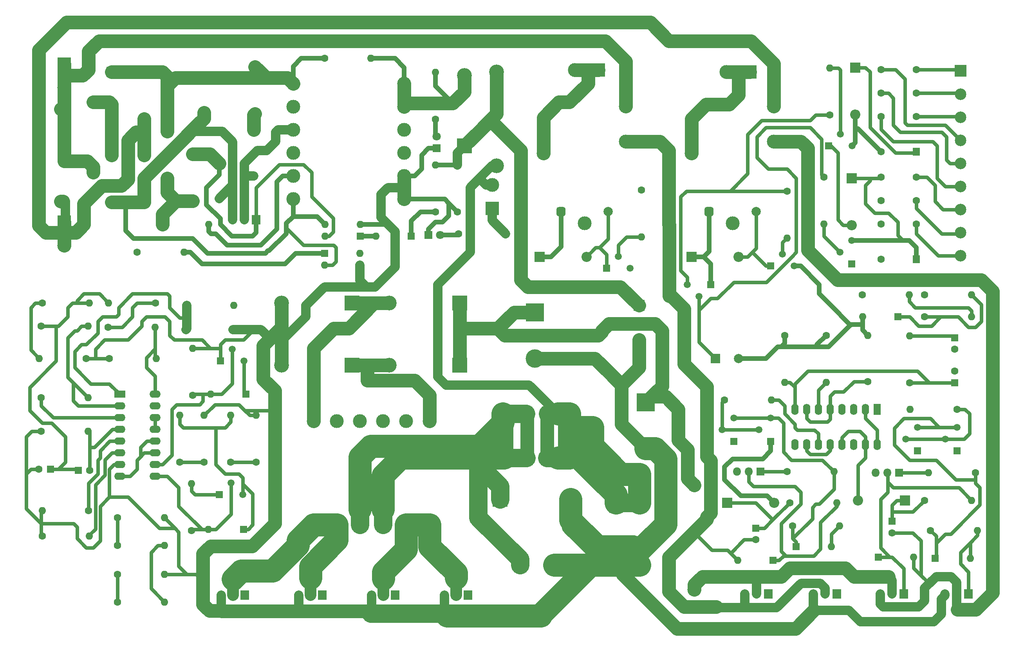
<source format=gbr>
%TF.GenerationSoftware,KiCad,Pcbnew,(5.1.9)-1*%
%TF.CreationDate,2021-11-22T08:04:15-03:00*%
%TF.ProjectId,inversor 1.2,696e7665-7273-46f7-9220-312e322e6b69,rev?*%
%TF.SameCoordinates,Original*%
%TF.FileFunction,Copper,L2,Bot*%
%TF.FilePolarity,Positive*%
%FSLAX46Y46*%
G04 Gerber Fmt 4.6, Leading zero omitted, Abs format (unit mm)*
G04 Created by KiCad (PCBNEW (5.1.9)-1) date 2021-11-22 08:04:15*
%MOMM*%
%LPD*%
G01*
G04 APERTURE LIST*
%TA.AperFunction,ComponentPad*%
%ADD10O,2.000000X2.000000*%
%TD*%
%TA.AperFunction,ComponentPad*%
%ADD11C,2.000000*%
%TD*%
%TA.AperFunction,ComponentPad*%
%ADD12O,1.600000X1.600000*%
%TD*%
%TA.AperFunction,ComponentPad*%
%ADD13C,1.600000*%
%TD*%
%TA.AperFunction,ComponentPad*%
%ADD14O,1.600000X2.400000*%
%TD*%
%TA.AperFunction,ComponentPad*%
%ADD15R,1.600000X2.400000*%
%TD*%
%TA.AperFunction,ComponentPad*%
%ADD16O,2.400000X1.600000*%
%TD*%
%TA.AperFunction,ComponentPad*%
%ADD17R,2.400000X1.600000*%
%TD*%
%TA.AperFunction,ComponentPad*%
%ADD18C,4.000000*%
%TD*%
%TA.AperFunction,ComponentPad*%
%ADD19R,4.000000X4.000000*%
%TD*%
%TA.AperFunction,ComponentPad*%
%ADD20C,3.000000*%
%TD*%
%TA.AperFunction,ComponentPad*%
%ADD21R,3.000000X3.000000*%
%TD*%
%TA.AperFunction,ComponentPad*%
%ADD22R,2.000000X2.000000*%
%TD*%
%TA.AperFunction,ComponentPad*%
%ADD23R,1.500000X1.500000*%
%TD*%
%TA.AperFunction,ComponentPad*%
%ADD24C,1.500000*%
%TD*%
%TA.AperFunction,ComponentPad*%
%ADD25R,1.600000X1.600000*%
%TD*%
%TA.AperFunction,ComponentPad*%
%ADD26R,2.400000X2.400000*%
%TD*%
%TA.AperFunction,ComponentPad*%
%ADD27C,2.400000*%
%TD*%
%TA.AperFunction,ComponentPad*%
%ADD28R,2.200000X2.200000*%
%TD*%
%TA.AperFunction,ComponentPad*%
%ADD29O,2.200000X2.200000*%
%TD*%
%TA.AperFunction,ComponentPad*%
%ADD30R,3.200000X3.200000*%
%TD*%
%TA.AperFunction,ComponentPad*%
%ADD31O,3.200000X3.200000*%
%TD*%
%TA.AperFunction,ComponentPad*%
%ADD32C,1.800000*%
%TD*%
%TA.AperFunction,ComponentPad*%
%ADD33R,1.800000X1.800000*%
%TD*%
%TA.AperFunction,ComponentPad*%
%ADD34R,2.500000X2.500000*%
%TD*%
%TA.AperFunction,ComponentPad*%
%ADD35C,2.500000*%
%TD*%
%TA.AperFunction,ComponentPad*%
%ADD36R,1.600000X1.800000*%
%TD*%
%TA.AperFunction,ComponentPad*%
%ADD37O,1.800000X1.800000*%
%TD*%
%TA.AperFunction,ComponentPad*%
%ADD38O,1.905000X2.000000*%
%TD*%
%TA.AperFunction,ComponentPad*%
%ADD39R,1.905000X2.000000*%
%TD*%
%TA.AperFunction,ComponentPad*%
%ADD40C,3.200000*%
%TD*%
%TA.AperFunction,Conductor*%
%ADD41C,0.750000*%
%TD*%
%TA.AperFunction,Conductor*%
%ADD42C,3.000000*%
%TD*%
%TA.AperFunction,Conductor*%
%ADD43C,2.000000*%
%TD*%
%TA.AperFunction,Conductor*%
%ADD44C,1.000000*%
%TD*%
%TA.AperFunction,Conductor*%
%ADD45C,4.000000*%
%TD*%
%TA.AperFunction,Conductor*%
%ADD46C,5.000000*%
%TD*%
%TA.AperFunction,Conductor*%
%ADD47C,2.500000*%
%TD*%
G04 APERTURE END LIST*
D10*
%TO.P,R23,2*%
%TO.N,FASE*%
X54500000Y-53740000D03*
D11*
%TO.P,R23,1*%
%TO.N,Net-(D13-Pad2)*%
X54500000Y-38500000D03*
%TD*%
D12*
%TO.P,R26,2*%
%TO.N,+B*%
X89500000Y-30840000D03*
D13*
%TO.P,R26,1*%
%TO.N,Net-(C15-Pad1)*%
X89500000Y-41000000D03*
%TD*%
D14*
%TO.P,U2,16*%
%TO.N,Net-(C18-Pad1)*%
X224000000Y-112620000D03*
%TO.P,U2,8*%
%TO.N,SS*%
X206220000Y-105000000D03*
%TO.P,U2,15*%
%TO.N,+12V*%
X221460000Y-112620000D03*
%TO.P,U2,7*%
%TO.N,Net-(C10-Pad1)*%
X208760000Y-105000000D03*
%TO.P,U2,14*%
%TO.N,Net-(R35-Pad2)*%
X218920000Y-112620000D03*
%TO.P,U2,6*%
%TO.N,Net-(R17-Pad2)*%
X211300000Y-105000000D03*
%TO.P,U2,13*%
%TO.N,+12V*%
X216380000Y-112620000D03*
%TO.P,U2,5*%
%TO.N,Net-(C10-Pad1)*%
X213840000Y-105000000D03*
%TO.P,U2,12*%
%TO.N,GND*%
X213840000Y-112620000D03*
%TO.P,U2,4*%
%TO.N,Net-(U2-Pad4)*%
X216380000Y-105000000D03*
%TO.P,U2,11*%
%TO.N,Net-(R18-Pad2)*%
X211300000Y-112620000D03*
%TO.P,U2,3*%
%TO.N,Net-(U2-Pad3)*%
X218920000Y-105000000D03*
%TO.P,U2,10*%
%TO.N,GND*%
X208760000Y-112620000D03*
%TO.P,U2,2*%
%TO.N,Net-(C18-Pad1)*%
X221460000Y-105000000D03*
%TO.P,U2,9*%
%TO.N,Net-(U2-Pad1)*%
X206220000Y-112620000D03*
D15*
%TO.P,U2,1*%
X224000000Y-105000000D03*
%TD*%
D16*
%TO.P,U1,16*%
%TO.N,2IN+*%
X67870000Y-101750000D03*
%TO.P,U1,8*%
%TO.N,+12V*%
X60250000Y-119530000D03*
%TO.P,U1,15*%
%TO.N,2IN-*%
X67870000Y-104290000D03*
%TO.P,U1,7*%
%TO.N,GND*%
X60250000Y-116990000D03*
%TO.P,U1,14*%
%TO.N,VREF*%
X67870000Y-106830000D03*
%TO.P,U1,6*%
%TO.N,Net-(R5-Pad2)*%
X60250000Y-114450000D03*
%TO.P,U1,13*%
%TO.N,VREF*%
X67870000Y-109370000D03*
%TO.P,U1,5*%
%TO.N,Net-(C5-Pad1)*%
X60250000Y-111910000D03*
%TO.P,U1,12*%
%TO.N,+12V*%
X67870000Y-111910000D03*
%TO.P,U1,4*%
%TO.N,Net-(C1-Pad2)*%
X60250000Y-109370000D03*
%TO.P,U1,11*%
%TO.N,+12V*%
X67870000Y-114450000D03*
%TO.P,U1,3*%
%TO.N,Net-(R7-Pad1)*%
X60250000Y-106830000D03*
%TO.P,U1,10*%
%TO.N,Net-(D8-Pad2)*%
X67870000Y-116990000D03*
%TO.P,U1,2*%
%TO.N,Net-(R6-Pad2)*%
X60250000Y-104290000D03*
%TO.P,U1,9*%
%TO.N,Net-(D7-Pad2)*%
X67870000Y-119530000D03*
D17*
%TO.P,U1,1*%
%TO.N,VFB*%
X60250000Y-101750000D03*
%TD*%
D10*
%TO.P,C12,2*%
%TO.N,FASE-NEUTRO*%
X47500000Y-60000000D03*
D11*
%TO.P,C12,1*%
%TO.N,FASE*%
X47500000Y-40000000D03*
%TD*%
D18*
%TO.P,C11,2*%
%TO.N,GND*%
X174000000Y-113500000D03*
D19*
%TO.P,C11,1*%
%TO.N,330VDC*%
X174000000Y-103500000D03*
%TD*%
D18*
%TO.P,C17,2*%
%TO.N,GND*%
X150000000Y-94000000D03*
D19*
%TO.P,C17,1*%
%TO.N,330VDC*%
X150000000Y-84000000D03*
%TD*%
D20*
%TO.P,T2,3*%
%TO.N,Net-(Q11-Pad2)*%
X127250000Y-130000000D03*
%TO.P,T2,4*%
%TO.N,Net-(D11-Pad2)*%
X127250000Y-107547000D03*
%TO.P,T2,~*%
%TO.N,N/C*%
X122170000Y-107547000D03*
X117170000Y-107547000D03*
X112170000Y-107547000D03*
X107170000Y-107547000D03*
%TO.P,T2,5*%
%TO.N,Net-(D10-Pad1)*%
X102170000Y-107547000D03*
%TO.P,T2,1*%
%TO.N,Net-(Q8-Pad2)*%
X102170000Y-130000000D03*
X107170000Y-130000000D03*
%TO.P,T2,2*%
%TO.N,Net-(C9-Pad1)*%
X112170000Y-130000000D03*
X117170000Y-130000000D03*
%TO.P,T2,3*%
%TO.N,Net-(Q11-Pad2)*%
X122170000Y-130000000D03*
%TD*%
D12*
%TO.P,R5,2*%
%TO.N,Net-(R5-Pad2)*%
X53660000Y-132500000D03*
D13*
%TO.P,R5,1*%
%TO.N,GND*%
X43500000Y-132500000D03*
%TD*%
D20*
%TO.P,T1,3*%
%TO.N,Net-(C14-Pad2)*%
X97750000Y-54500000D03*
%TO.P,T1,4*%
%TO.N,-B*%
X97750000Y-59500000D03*
%TO.P,T1,2*%
%TO.N,Net-(C15-Pad2)*%
X97750000Y-44500000D03*
%TO.P,T1,~*%
%TO.N,N/C*%
X97750000Y-49500000D03*
%TO.P,T1,1*%
%TO.N,+B*%
X97750000Y-34500000D03*
%TO.P,T1,~*%
%TO.N,Net-(T1-Pad~)*%
X97750000Y-39500000D03*
%TO.P,T1,6*%
%TO.N,Net-(C4-Pad2)*%
X121750000Y-34500000D03*
X121750000Y-39500000D03*
%TO.P,T1,~*%
%TO.N,N/C*%
X121750000Y-44500000D03*
%TO.P,T1,5*%
%TO.N,GND*%
X121750000Y-54500000D03*
X121750000Y-59500000D03*
%TO.P,T1,~*%
%TO.N,N/C*%
X121750000Y-49500000D03*
%TD*%
%TO.P,J6,1*%
%TO.N,FASE-NEUTRO*%
X48250000Y-69580000D03*
D21*
X48250000Y-64500000D03*
%TD*%
D12*
%TO.P,TH3,2*%
%TO.N,2IN+*%
X67910000Y-87250000D03*
D13*
%TO.P,TH3,1*%
%TO.N,Net-(R43-Pad1)*%
X57750000Y-87250000D03*
%TD*%
D11*
%TO.P,C6,2*%
%TO.N,GND*%
X194000000Y-94000000D03*
D22*
%TO.P,C6,1*%
%TO.N,VON*%
X189000000Y-94000000D03*
%TD*%
D23*
%TO.P,Q22,1*%
%TO.N,Net-(D29-Pad2)*%
X201000000Y-74000000D03*
D24*
%TO.P,Q22,3*%
%TO.N,GND*%
X206080000Y-74000000D03*
%TO.P,Q22,2*%
%TO.N,Net-(Q22-Pad2)*%
X203540000Y-71460000D03*
%TD*%
D23*
%TO.P,Q21,1*%
%TO.N,VBAT*%
X188000000Y-78000000D03*
D24*
%TO.P,Q21,3*%
%TO.N,V_5_SEG*%
X182920000Y-78000000D03*
%TO.P,Q21,2*%
%TO.N,VON*%
X185460000Y-80540000D03*
%TD*%
D23*
%TO.P,Q20,1*%
%TO.N,Net-(D28-Pad2)*%
X165500000Y-74500000D03*
D24*
%TO.P,Q20,3*%
%TO.N,GND*%
X170580000Y-74500000D03*
%TO.P,Q20,2*%
%TO.N,Net-(Q20-Pad2)*%
X168040000Y-71960000D03*
%TD*%
D23*
%TO.P,Q19,1*%
%TO.N,GND*%
X241250000Y-114000000D03*
D24*
%TO.P,Q19,3*%
%TO.N,~PWM*%
X241250000Y-108920000D03*
%TO.P,Q19,2*%
%TO.N,Net-(Q18-Pad2)*%
X238710000Y-111460000D03*
%TD*%
D23*
%TO.P,Q18,1*%
%TO.N,+12V*%
X232750000Y-114000000D03*
D24*
%TO.P,Q18,3*%
%TO.N,~PWM*%
X232750000Y-108920000D03*
%TO.P,Q18,2*%
%TO.N,Net-(Q18-Pad2)*%
X230210000Y-111460000D03*
%TD*%
D23*
%TO.P,Q17,1*%
%TO.N,GND*%
X193000000Y-112000000D03*
D24*
%TO.P,Q17,3*%
%TO.N,PWM*%
X193000000Y-106920000D03*
%TO.P,Q17,2*%
%TO.N,Net-(Q16-Pad2)*%
X190460000Y-109460000D03*
%TD*%
D23*
%TO.P,Q16,1*%
%TO.N,+12V*%
X201000000Y-112000000D03*
D24*
%TO.P,Q16,3*%
%TO.N,PWM*%
X201000000Y-106920000D03*
%TO.P,Q16,2*%
%TO.N,Net-(Q16-Pad2)*%
X198460000Y-109460000D03*
%TD*%
D23*
%TO.P,Q15,1*%
%TO.N,Net-(D27-Pad2)*%
X213500000Y-48000000D03*
D24*
%TO.P,Q15,3*%
%TO.N,GND*%
X218580000Y-48000000D03*
%TO.P,Q15,2*%
%TO.N,Net-(Q15-Pad2)*%
X216040000Y-45460000D03*
%TD*%
D23*
%TO.P,Q14,1*%
%TO.N,Net-(D24-Pad1)*%
X218500000Y-73500000D03*
D24*
%TO.P,Q14,3*%
%TO.N,VBAT*%
X218500000Y-68420000D03*
%TO.P,Q14,2*%
%TO.N,Net-(Q14-Pad2)*%
X215960000Y-70960000D03*
%TD*%
D13*
%TO.P,C1,2*%
%TO.N,Net-(C1-Pad2)*%
X53750000Y-118250000D03*
D25*
%TO.P,C1,1*%
%TO.N,VREF*%
X51250000Y-118250000D03*
%TD*%
%TO.P,C2,1*%
%TO.N,Net-(C2-Pad1)*%
X197750000Y-130750000D03*
D13*
%TO.P,C2,2*%
%TO.N,INV1*%
X197750000Y-133250000D03*
%TD*%
%TO.P,C3,2*%
%TO.N,GND*%
X42750000Y-118000000D03*
D25*
%TO.P,C3,1*%
%TO.N,VREF*%
X45250000Y-118000000D03*
%TD*%
D13*
%TO.P,C4,1*%
%TO.N,+B*%
X104500000Y-29000000D03*
D12*
%TO.P,C4,2*%
%TO.N,Net-(C4-Pad2)*%
X114500000Y-29000000D03*
%TD*%
%TO.P,C5,2*%
%TO.N,GND*%
X43500000Y-127000000D03*
D13*
%TO.P,C5,1*%
%TO.N,Net-(C5-Pad1)*%
X53500000Y-127000000D03*
%TD*%
D25*
%TO.P,C7,1*%
%TO.N,Net-(C7-Pad1)*%
X227250000Y-129250000D03*
D13*
%TO.P,C7,2*%
%TO.N,INV2*%
X227250000Y-131750000D03*
%TD*%
%TO.P,C8,2*%
%TO.N,GND*%
X240750000Y-96750000D03*
D25*
%TO.P,C8,1*%
%TO.N,SS*%
X240750000Y-99250000D03*
%TD*%
D26*
%TO.P,C9,1*%
%TO.N,Net-(C9-Pad1)*%
X146750000Y-138750000D03*
D27*
%TO.P,C9,2*%
%TO.N,GND*%
X154250000Y-138750000D03*
%TD*%
D13*
%TO.P,C10,1*%
%TO.N,Net-(C10-Pad1)*%
X222000000Y-99000000D03*
D12*
%TO.P,C10,2*%
%TO.N,GND*%
X222000000Y-89000000D03*
%TD*%
D26*
%TO.P,C13,1*%
%TO.N,+B*%
X78500000Y-33250000D03*
D27*
%TO.P,C13,2*%
%TO.N,-B*%
X78500000Y-40750000D03*
%TD*%
D13*
%TO.P,C14,1*%
%TO.N,Net-(C14-Pad1)*%
X69500000Y-65000000D03*
D12*
%TO.P,C14,2*%
%TO.N,Net-(C14-Pad2)*%
X79500000Y-65000000D03*
%TD*%
%TO.P,C15,2*%
%TO.N,Net-(C15-Pad2)*%
X89250000Y-54500000D03*
D13*
%TO.P,C15,1*%
%TO.N,Net-(C15-Pad1)*%
X89250000Y-44500000D03*
%TD*%
D27*
%TO.P,C16,2*%
%TO.N,GND*%
X172500000Y-90000000D03*
D26*
%TO.P,C16,1*%
%TO.N,Net-(C16-Pad1)*%
X172500000Y-82500000D03*
%TD*%
D25*
%TO.P,C18,1*%
%TO.N,Net-(C18-Pad1)*%
X240750000Y-89500000D03*
D13*
%TO.P,C18,2*%
%TO.N,GND*%
X240750000Y-92000000D03*
%TD*%
D12*
%TO.P,D1,2*%
%TO.N,Net-(D1-Pad2)*%
X214120000Y-134750000D03*
D25*
%TO.P,D1,1*%
%TO.N,PWM*%
X206500000Y-134750000D03*
%TD*%
D28*
%TO.P,D2,1*%
%TO.N,Net-(C2-Pad1)*%
X191590000Y-125250000D03*
D29*
%TO.P,D2,2*%
%TO.N,+12V*%
X201750000Y-125250000D03*
%TD*%
D12*
%TO.P,D3,2*%
%TO.N,INV1*%
X193880000Y-137750000D03*
D25*
%TO.P,D3,1*%
%TO.N,Net-(D3-Pad1)*%
X201500000Y-137750000D03*
%TD*%
%TO.P,D4,1*%
%TO.N,Net-(D4-Pad1)*%
X224250000Y-137000000D03*
D12*
%TO.P,D4,2*%
%TO.N,INV2*%
X231870000Y-137000000D03*
%TD*%
D29*
%TO.P,D5,2*%
%TO.N,+12V*%
X219840000Y-124750000D03*
D28*
%TO.P,D5,1*%
%TO.N,Net-(C7-Pad1)*%
X230000000Y-124750000D03*
%TD*%
D25*
%TO.P,D6,1*%
%TO.N,~PWM*%
X236500000Y-137250000D03*
D12*
%TO.P,D6,2*%
%TO.N,Net-(D6-Pad2)*%
X244120000Y-137250000D03*
%TD*%
%TO.P,D7,2*%
%TO.N,Net-(D7-Pad2)*%
X79380000Y-131000000D03*
D25*
%TO.P,D7,1*%
%TO.N,Net-(D7-Pad1)*%
X87000000Y-131000000D03*
%TD*%
%TO.P,D8,1*%
%TO.N,Net-(D8-Pad1)*%
X87500000Y-101750000D03*
D12*
%TO.P,D8,2*%
%TO.N,Net-(D8-Pad2)*%
X79880000Y-101750000D03*
%TD*%
D30*
%TO.P,D9,1*%
%TO.N,330VDC*%
X133750000Y-82000000D03*
D31*
%TO.P,D9,2*%
%TO.N,Net-(D10-Pad1)*%
X118510000Y-82000000D03*
%TD*%
%TO.P,D10,2*%
%TO.N,GND*%
X95260000Y-82000000D03*
D30*
%TO.P,D10,1*%
%TO.N,Net-(D10-Pad1)*%
X110500000Y-82000000D03*
%TD*%
%TO.P,D11,1*%
%TO.N,330VDC*%
X133750000Y-95500000D03*
D31*
%TO.P,D11,2*%
%TO.N,Net-(D11-Pad2)*%
X118510000Y-95500000D03*
%TD*%
%TO.P,D12,2*%
%TO.N,GND*%
X95260000Y-95500000D03*
D30*
%TO.P,D12,1*%
%TO.N,Net-(D11-Pad2)*%
X110500000Y-95500000D03*
%TD*%
D28*
%TO.P,D13,1*%
%TO.N,+B*%
X58500000Y-32000000D03*
D29*
%TO.P,D13,2*%
%TO.N,Net-(D13-Pad2)*%
X58500000Y-42160000D03*
%TD*%
D28*
%TO.P,D14,1*%
%TO.N,Net-(D13-Pad2)*%
X58500000Y-50000000D03*
D29*
%TO.P,D14,2*%
%TO.N,-B*%
X58500000Y-60160000D03*
%TD*%
%TO.P,D15,2*%
%TO.N,FASE-NEUTRO*%
X65500000Y-42160000D03*
D28*
%TO.P,D15,1*%
%TO.N,+B*%
X65500000Y-32000000D03*
%TD*%
%TO.P,D16,1*%
%TO.N,FASE-NEUTRO*%
X65500000Y-50000000D03*
D29*
%TO.P,D16,2*%
%TO.N,-B*%
X65500000Y-60160000D03*
%TD*%
D25*
%TO.P,D17,1*%
%TO.N,Net-(D17-Pad1)*%
X81750000Y-51750000D03*
D12*
%TO.P,D17,2*%
%TO.N,-B*%
X81750000Y-59370000D03*
%TD*%
D30*
%TO.P,D18,1*%
%TO.N,Net-(C16-Pad1)*%
X134750000Y-48000000D03*
D31*
%TO.P,D18,2*%
%TO.N,Net-(C4-Pad2)*%
X134750000Y-32760000D03*
%TD*%
D32*
%TO.P,D19,2*%
%TO.N,Net-(D19-Pad2)*%
X128750000Y-45960000D03*
D33*
%TO.P,D19,1*%
%TO.N,GND*%
X128750000Y-48500000D03*
%TD*%
%TO.P,D20,1*%
%TO.N,GND*%
X127000000Y-67250000D03*
D32*
%TO.P,D20,2*%
%TO.N,Net-(D20-Pad2)*%
X129540000Y-67250000D03*
%TD*%
D31*
%TO.P,D23,2*%
%TO.N,GND*%
X157740000Y-124500000D03*
D30*
%TO.P,D23,1*%
%TO.N,Net-(C9-Pad1)*%
X142500000Y-124500000D03*
%TD*%
D29*
%TO.P,D24,2*%
%TO.N,GND*%
X219250000Y-41160000D03*
D28*
%TO.P,D24,1*%
%TO.N,Net-(D24-Pad1)*%
X219250000Y-31000000D03*
%TD*%
D29*
%TO.P,D27,2*%
%TO.N,Net-(D27-Pad2)*%
X218500000Y-65160000D03*
D28*
%TO.P,D27,1*%
%TO.N,VBAT*%
X218500000Y-55000000D03*
%TD*%
D29*
%TO.P,D28,2*%
%TO.N,Net-(D28-Pad2)*%
X161160000Y-72000000D03*
D28*
%TO.P,D28,1*%
%TO.N,VBAT*%
X151000000Y-72000000D03*
%TD*%
%TO.P,D29,1*%
%TO.N,VBAT*%
X183840000Y-72000000D03*
D29*
%TO.P,D29,2*%
%TO.N,Net-(D29-Pad2)*%
X194000000Y-72000000D03*
%TD*%
D25*
%TO.P,DZ1,1*%
%TO.N,Net-(DZ1-Pad1)*%
X123250000Y-67500000D03*
D12*
%TO.P,DZ1,2*%
%TO.N,Net-(DZ1-Pad2)*%
X115630000Y-67500000D03*
%TD*%
D25*
%TO.P,DZ2,1*%
%TO.N,5V*%
X228500000Y-85000000D03*
D12*
%TO.P,DZ2,2*%
%TO.N,GND*%
X220880000Y-85000000D03*
%TD*%
D20*
%TO.P,F1,2*%
%TO.N,VBAT*%
X157434000Y-106000000D03*
X152608000Y-106000000D03*
%TO.P,F1,1*%
%TO.N,Net-(C9-Pad1)*%
X148290000Y-106000000D03*
X143337000Y-106000000D03*
%TD*%
%TO.P,F2,1*%
%TO.N,330VDC*%
X184500000Y-121500000D03*
%TO.P,F2,2*%
%TO.N,Net-(F2-Pad2)*%
X184500000Y-144100000D03*
%TD*%
%TO.P,F3,1*%
%TO.N,Net-(C9-Pad1)*%
X143337000Y-115500000D03*
X148290000Y-115500000D03*
%TO.P,F3,2*%
%TO.N,VBAT*%
X152608000Y-115500000D03*
X157434000Y-115500000D03*
%TD*%
%TO.P,J1,2*%
%TO.N,OUT1*%
X158670000Y-31500000D03*
D21*
%TO.P,J1,1*%
X163750000Y-31500000D03*
%TD*%
%TO.P,J2,1*%
%TO.N,OUT2*%
X196500000Y-32000000D03*
D20*
%TO.P,J2,2*%
X191420000Y-32000000D03*
%TD*%
%TO.P,J3,2*%
%TO.N,VBAT*%
X172580000Y-126000000D03*
D21*
%TO.P,J3,1*%
X167500000Y-126000000D03*
%TD*%
%TO.P,J4,1*%
%TO.N,GND*%
X167500000Y-138750000D03*
D20*
%TO.P,J4,2*%
X172580000Y-138750000D03*
%TD*%
D21*
%TO.P,J5,1*%
%TO.N,FASE*%
X48250000Y-30250000D03*
D20*
X48250000Y-35330000D03*
%TD*%
D34*
%TO.P,J7,1*%
%TO.N,NA1-RL1*%
X242000000Y-31750000D03*
D35*
%TO.P,J7,2*%
%TO.N,NF1-RL1*%
X242000000Y-36750000D03*
%TO.P,J7,3*%
%TO.N,COM1-RL1*%
X242000000Y-41750000D03*
%TO.P,J7,4*%
%TO.N,NA2-RL1*%
X242000000Y-46750000D03*
%TO.P,J7,5*%
%TO.N,NF2-RL1*%
X242000000Y-51750000D03*
%TO.P,J7,6*%
%TO.N,COM2-RL1*%
X242000000Y-56750000D03*
%TO.P,J7,7*%
%TO.N,NA1-RL2*%
X242000000Y-61750000D03*
%TO.P,J7,8*%
%TO.N,NF1-RL2*%
X242000000Y-66750000D03*
%TO.P,J7,9*%
%TO.N,COM1-RL2*%
X242000000Y-71750000D03*
%TD*%
D13*
%TO.P,K1,12*%
%TO.N,NF1-RL1*%
X232500000Y-36550000D03*
%TO.P,K1,14*%
%TO.N,NA1-RL1*%
X232500000Y-31470000D03*
%TO.P,K1,11*%
%TO.N,COM1-RL1*%
X232500000Y-41630000D03*
%TO.P,K1,A2*%
%TO.N,GND*%
X224880000Y-49250000D03*
D36*
%TO.P,K1,A1*%
%TO.N,Net-(D24-Pad1)*%
X232500000Y-49250000D03*
D13*
%TO.P,K1,24*%
%TO.N,NA2-RL1*%
X224880000Y-31470000D03*
%TO.P,K1,22*%
%TO.N,NF2-RL1*%
X224880000Y-36550000D03*
%TO.P,K1,21*%
%TO.N,COM2-RL1*%
X224880000Y-41630000D03*
%TD*%
%TO.P,K2,21*%
%TO.N,+12V*%
X224880000Y-64880000D03*
%TO.P,K2,22*%
%TO.N,Net-(K2-Pad22)*%
X224880000Y-59800000D03*
%TO.P,K2,24*%
%TO.N,VBAT*%
X224880000Y-54720000D03*
D36*
%TO.P,K2,A1*%
X232500000Y-72500000D03*
D13*
%TO.P,K2,A2*%
%TO.N,Net-(D27-Pad2)*%
X224880000Y-72500000D03*
%TO.P,K2,11*%
%TO.N,COM1-RL2*%
X232500000Y-64880000D03*
%TO.P,K2,14*%
%TO.N,NA1-RL2*%
X232500000Y-54720000D03*
%TO.P,K2,12*%
%TO.N,NF1-RL2*%
X232500000Y-59800000D03*
%TD*%
D20*
%TO.P,K3,11A*%
%TO.N,N/C*%
X160750000Y-64750000D03*
D11*
%TO.P,K3,A2*%
%TO.N,Net-(D28-Pad2)*%
X165850000Y-62210000D03*
D20*
%TO.P,K3,14*%
%TO.N,INV1*%
X169650000Y-47010000D03*
%TO.P,K3,12*%
%TO.N,FASE*%
X169650000Y-39410000D03*
%TO.P,K3,11B*%
%TO.N,OUT1*%
X151850000Y-49550000D03*
%TO.P,K3,A1*%
%TO.N,VBAT*%
%TA.AperFunction,ComponentPad*%
G36*
G01*
X155150000Y-61210000D02*
X156150000Y-61210000D01*
G75*
G02*
X156650000Y-61710000I0J-500000D01*
G01*
X156650000Y-62710000D01*
G75*
G02*
X156150000Y-63210000I-500000J0D01*
G01*
X155150000Y-63210000D01*
G75*
G02*
X154650000Y-62710000I0J500000D01*
G01*
X154650000Y-61710000D01*
G75*
G02*
X155150000Y-61210000I500000J0D01*
G01*
G37*
%TD.AperFunction*%
%TD*%
%TO.P,K4,A1*%
%TO.N,VBAT*%
%TA.AperFunction,ComponentPad*%
G36*
G01*
X187150000Y-61210000D02*
X188150000Y-61210000D01*
G75*
G02*
X188650000Y-61710000I0J-500000D01*
G01*
X188650000Y-62710000D01*
G75*
G02*
X188150000Y-63210000I-500000J0D01*
G01*
X187150000Y-63210000D01*
G75*
G02*
X186650000Y-62710000I0J500000D01*
G01*
X186650000Y-61710000D01*
G75*
G02*
X187150000Y-61210000I500000J0D01*
G01*
G37*
%TD.AperFunction*%
%TO.P,K4,11B*%
%TO.N,OUT2*%
X183850000Y-49550000D03*
%TO.P,K4,12*%
%TO.N,FASE-NEUTRO*%
X201650000Y-39410000D03*
%TO.P,K4,14*%
%TO.N,INV2*%
X201650000Y-47010000D03*
D11*
%TO.P,K4,A2*%
%TO.N,Net-(D29-Pad2)*%
X197850000Y-62210000D03*
D20*
%TO.P,K4,11A*%
%TO.N,N/C*%
X192750000Y-64750000D03*
%TD*%
D33*
%TO.P,Q1,1*%
%TO.N,Net-(Q1-Pad1)*%
X198750000Y-118500000D03*
D37*
%TO.P,Q1,2*%
%TO.N,Net-(D3-Pad1)*%
X196210000Y-118500000D03*
%TO.P,Q1,3*%
%TO.N,GND*%
X193670000Y-118500000D03*
%TD*%
D38*
%TO.P,Q2,3*%
%TO.N,INV1*%
X195420000Y-145000000D03*
%TO.P,Q2,2*%
%TO.N,Net-(F2-Pad2)*%
X197960000Y-145000000D03*
D39*
%TO.P,Q2,1*%
%TO.N,Net-(D3-Pad1)*%
X200500000Y-145000000D03*
%TD*%
%TO.P,Q3,1*%
%TO.N,Net-(D1-Pad2)*%
X215250000Y-145000000D03*
D38*
%TO.P,Q3,2*%
%TO.N,INV1*%
X212710000Y-145000000D03*
%TO.P,Q3,3*%
%TO.N,GND*%
X210170000Y-145000000D03*
%TD*%
%TO.P,Q4,3*%
%TO.N,INV2*%
X224670000Y-145000000D03*
%TO.P,Q4,2*%
%TO.N,Net-(F2-Pad2)*%
X227210000Y-145000000D03*
D39*
%TO.P,Q4,1*%
%TO.N,Net-(D4-Pad1)*%
X229750000Y-145000000D03*
%TD*%
D38*
%TO.P,Q5,3*%
%TO.N,GND*%
X238670000Y-145000000D03*
%TO.P,Q5,2*%
%TO.N,INV2*%
X241210000Y-145000000D03*
D39*
%TO.P,Q5,1*%
%TO.N,Net-(D6-Pad2)*%
X243750000Y-145000000D03*
%TD*%
D37*
%TO.P,Q6,3*%
%TO.N,GND*%
X223670000Y-118750000D03*
%TO.P,Q6,2*%
%TO.N,Net-(D4-Pad1)*%
X226210000Y-118750000D03*
D33*
%TO.P,Q6,1*%
%TO.N,Net-(Q6-Pad1)*%
X228750000Y-118750000D03*
%TD*%
D23*
%TO.P,Q7,1*%
%TO.N,GND*%
X81750000Y-123500000D03*
D24*
%TO.P,Q7,3*%
%TO.N,Net-(D7-Pad1)*%
X86830000Y-123500000D03*
%TO.P,Q7,2*%
%TO.N,Net-(D7-Pad2)*%
X84290000Y-120960000D03*
%TD*%
D39*
%TO.P,Q8,1*%
%TO.N,Net-(Q8-Pad1)*%
X87250000Y-145250000D03*
D38*
%TO.P,Q8,2*%
%TO.N,Net-(Q8-Pad2)*%
X84710000Y-145250000D03*
%TO.P,Q8,3*%
%TO.N,GND*%
X82170000Y-145250000D03*
%TD*%
D39*
%TO.P,Q9,1*%
%TO.N,Net-(Q9-Pad1)*%
X104000000Y-145250000D03*
D38*
%TO.P,Q9,2*%
%TO.N,Net-(Q8-Pad2)*%
X101460000Y-145250000D03*
%TO.P,Q9,3*%
%TO.N,GND*%
X98920000Y-145250000D03*
%TD*%
D24*
%TO.P,Q10,2*%
%TO.N,Net-(D8-Pad2)*%
X84540000Y-91960000D03*
%TO.P,Q10,3*%
%TO.N,Net-(D8-Pad1)*%
X87080000Y-94500000D03*
D23*
%TO.P,Q10,1*%
%TO.N,GND*%
X82000000Y-94500000D03*
%TD*%
D39*
%TO.P,Q11,1*%
%TO.N,Net-(Q11-Pad1)*%
X119750000Y-145250000D03*
D38*
%TO.P,Q11,2*%
%TO.N,Net-(Q11-Pad2)*%
X117210000Y-145250000D03*
%TO.P,Q11,3*%
%TO.N,GND*%
X114670000Y-145250000D03*
%TD*%
D39*
%TO.P,Q12,1*%
%TO.N,Net-(Q12-Pad1)*%
X135500000Y-145250000D03*
D38*
%TO.P,Q12,2*%
%TO.N,Net-(Q11-Pad2)*%
X132960000Y-145250000D03*
%TO.P,Q12,3*%
%TO.N,GND*%
X130420000Y-145250000D03*
%TD*%
%TO.P,Q13,3*%
%TO.N,-B*%
X84670000Y-64000000D03*
%TO.P,Q13,2*%
%TO.N,Net-(C15-Pad2)*%
X87210000Y-64000000D03*
D39*
%TO.P,Q13,1*%
%TO.N,Net-(D17-Pad1)*%
X89750000Y-64000000D03*
%TD*%
D13*
%TO.P,R1,1*%
%TO.N,Net-(Q1-Pad1)*%
X204500000Y-118500000D03*
D12*
%TO.P,R1,2*%
%TO.N,PWM*%
X214660000Y-118500000D03*
%TD*%
D13*
%TO.P,R2,1*%
%TO.N,Net-(C2-Pad1)*%
X205090000Y-125250000D03*
D12*
%TO.P,R2,2*%
%TO.N,Net-(D3-Pad1)*%
X215250000Y-125250000D03*
%TD*%
D13*
%TO.P,R3,1*%
%TO.N,PWM*%
X205750000Y-130250000D03*
D12*
%TO.P,R3,2*%
%TO.N,Net-(D1-Pad2)*%
X215910000Y-130250000D03*
%TD*%
D13*
%TO.P,R4,1*%
%TO.N,GND*%
X43250000Y-109750000D03*
D12*
%TO.P,R4,2*%
%TO.N,Net-(C1-Pad2)*%
X53410000Y-109750000D03*
%TD*%
%TO.P,R6,2*%
%TO.N,Net-(R6-Pad2)*%
X53410000Y-87000000D03*
D13*
%TO.P,R6,1*%
%TO.N,VREF*%
X43250000Y-87000000D03*
%TD*%
D12*
%TO.P,R7,2*%
%TO.N,Net-(R6-Pad2)*%
X53410000Y-102500000D03*
D13*
%TO.P,R7,1*%
%TO.N,Net-(R7-Pad1)*%
X43250000Y-102500000D03*
%TD*%
D12*
%TO.P,R8,2*%
%TO.N,Net-(D6-Pad2)*%
X245660000Y-131250000D03*
D13*
%TO.P,R8,1*%
%TO.N,~PWM*%
X235500000Y-131250000D03*
%TD*%
D12*
%TO.P,R9,2*%
%TO.N,GND*%
X75750000Y-121090000D03*
D13*
%TO.P,R9,1*%
%TO.N,Net-(D7-Pad2)*%
X75750000Y-131250000D03*
%TD*%
%TO.P,R10,1*%
%TO.N,Net-(C7-Pad1)*%
X234250000Y-124750000D03*
D12*
%TO.P,R10,2*%
%TO.N,Net-(D4-Pad1)*%
X244410000Y-124750000D03*
%TD*%
D13*
%TO.P,R11,1*%
%TO.N,~PWM*%
X245250000Y-118750000D03*
D12*
%TO.P,R11,2*%
%TO.N,Net-(Q6-Pad1)*%
X235090000Y-118750000D03*
%TD*%
D13*
%TO.P,R12,1*%
%TO.N,Net-(Q8-Pad1)*%
X78500000Y-116500000D03*
D12*
%TO.P,R12,2*%
%TO.N,GND*%
X78500000Y-106340000D03*
%TD*%
%TO.P,R13,2*%
%TO.N,Net-(D7-Pad1)*%
X73250000Y-106340000D03*
D13*
%TO.P,R13,1*%
%TO.N,Net-(Q8-Pad1)*%
X73250000Y-116500000D03*
%TD*%
D12*
%TO.P,R14,2*%
%TO.N,GND*%
X76000000Y-91840000D03*
D13*
%TO.P,R14,1*%
%TO.N,Net-(D8-Pad2)*%
X76000000Y-102000000D03*
%TD*%
%TO.P,R15,1*%
%TO.N,Net-(Q9-Pad1)*%
X84250000Y-116500000D03*
D12*
%TO.P,R15,2*%
%TO.N,Net-(D7-Pad1)*%
X84250000Y-106340000D03*
%TD*%
%TO.P,R16,2*%
%TO.N,GND*%
X69910000Y-140750000D03*
D13*
%TO.P,R16,1*%
%TO.N,Net-(Q11-Pad1)*%
X59750000Y-140750000D03*
%TD*%
D12*
%TO.P,R17,2*%
%TO.N,Net-(R17-Pad2)*%
X213000000Y-99160000D03*
D13*
%TO.P,R17,1*%
%TO.N,GND*%
X213000000Y-89000000D03*
%TD*%
%TO.P,R18,1*%
%TO.N,Net-(Q16-Pad2)*%
X191000000Y-103000000D03*
D12*
%TO.P,R18,2*%
%TO.N,Net-(R18-Pad2)*%
X201160000Y-103000000D03*
%TD*%
D13*
%TO.P,R19,1*%
%TO.N,Net-(Q11-Pad1)*%
X59750000Y-146750000D03*
D12*
%TO.P,R19,2*%
%TO.N,Net-(D8-Pad1)*%
X69910000Y-146750000D03*
%TD*%
%TO.P,R20,2*%
%TO.N,Net-(D8-Pad1)*%
X69910000Y-134500000D03*
D13*
%TO.P,R20,1*%
%TO.N,Net-(Q12-Pad1)*%
X59750000Y-134500000D03*
%TD*%
D12*
%TO.P,R21,2*%
%TO.N,330VDC*%
X84910000Y-82500000D03*
D13*
%TO.P,R21,1*%
%TO.N,VFB*%
X74750000Y-82500000D03*
%TD*%
%TO.P,R22,1*%
%TO.N,GND*%
X84750000Y-87750000D03*
D12*
%TO.P,R22,2*%
%TO.N,VFB*%
X74590000Y-87750000D03*
%TD*%
%TO.P,R24,2*%
%TO.N,+B*%
X70500000Y-44840000D03*
D13*
%TO.P,R24,1*%
%TO.N,Net-(C14-Pad1)*%
X70500000Y-55000000D03*
%TD*%
%TO.P,R25,1*%
%TO.N,Net-(D17-Pad1)*%
X76000000Y-49750000D03*
D12*
%TO.P,R25,2*%
%TO.N,Net-(C14-Pad1)*%
X76000000Y-59910000D03*
%TD*%
%TO.P,R27,2*%
%TO.N,Net-(C16-Pad1)*%
X128500000Y-52090000D03*
D13*
%TO.P,R27,1*%
%TO.N,Net-(DZ1-Pad1)*%
X128500000Y-62250000D03*
%TD*%
D12*
%TO.P,R28,2*%
%TO.N,Net-(C16-Pad1)*%
X133250000Y-52090000D03*
D13*
%TO.P,R28,1*%
%TO.N,GND*%
X133250000Y-62250000D03*
%TD*%
D40*
%TO.P,R29,1*%
%TO.N,Net-(C16-Pad1)*%
X141750000Y-32000000D03*
D31*
%TO.P,R29,2*%
%TO.N,VBAT*%
X141750000Y-52320000D03*
%TD*%
D12*
%TO.P,R30,2*%
%TO.N,Net-(Q14-Pad2)*%
X212500000Y-64910000D03*
D13*
%TO.P,R30,1*%
%TO.N,VON*%
X212500000Y-54750000D03*
%TD*%
%TO.P,R31,1*%
%TO.N,Net-(Q9-Pad1)*%
X89750000Y-116500000D03*
D12*
%TO.P,R31,2*%
%TO.N,GND*%
X89750000Y-106340000D03*
%TD*%
%TO.P,R32,2*%
%TO.N,GND*%
X69910000Y-128500000D03*
D13*
%TO.P,R32,1*%
%TO.N,Net-(Q12-Pad1)*%
X59750000Y-128500000D03*
%TD*%
%TO.P,R33,1*%
%TO.N,SS*%
X231000000Y-99250000D03*
D12*
%TO.P,R33,2*%
%TO.N,Net-(C18-Pad1)*%
X231000000Y-89090000D03*
%TD*%
%TO.P,R34,2*%
%TO.N,SS*%
X204000000Y-99160000D03*
D13*
%TO.P,R34,1*%
%TO.N,GND*%
X204000000Y-89000000D03*
%TD*%
D12*
%TO.P,R35,2*%
%TO.N,Net-(R35-Pad2)*%
X231090000Y-105000000D03*
D13*
%TO.P,R35,1*%
%TO.N,Net-(Q18-Pad2)*%
X241250000Y-105000000D03*
%TD*%
%TO.P,R36,1*%
%TO.N,Net-(D19-Pad2)*%
X128500000Y-42250000D03*
D12*
%TO.P,R36,2*%
%TO.N,Net-(C4-Pad2)*%
X128500000Y-32090000D03*
%TD*%
D13*
%TO.P,R37,1*%
%TO.N,Net-(D20-Pad2)*%
X133500000Y-67000000D03*
D12*
%TO.P,R37,2*%
%TO.N,+12V*%
X143660000Y-67000000D03*
%TD*%
D13*
%TO.P,R38,1*%
%TO.N,V_5_SEG*%
X213750000Y-41250000D03*
D12*
%TO.P,R38,2*%
%TO.N,Net-(Q15-Pad2)*%
X213750000Y-31090000D03*
%TD*%
D13*
%TO.P,R39,1*%
%TO.N,+B*%
X64000000Y-71000000D03*
D12*
%TO.P,R39,2*%
%TO.N,Net-(R39-Pad2)*%
X74160000Y-71000000D03*
%TD*%
D13*
%TO.P,R40,1*%
%TO.N,5V*%
X234250000Y-85000000D03*
D12*
%TO.P,R40,2*%
%TO.N,VON*%
X244410000Y-85000000D03*
%TD*%
%TO.P,R41,2*%
%TO.N,VON*%
X230910000Y-80250000D03*
D13*
%TO.P,R41,1*%
%TO.N,Net-(R41-Pad1)*%
X220750000Y-80250000D03*
%TD*%
D12*
%TO.P,R42,2*%
%TO.N,2IN+*%
X68160000Y-94000000D03*
D13*
%TO.P,R42,1*%
%TO.N,GND*%
X58000000Y-94000000D03*
%TD*%
D12*
%TO.P,R43,2*%
%TO.N,VREF*%
X57840000Y-82000000D03*
D13*
%TO.P,R43,1*%
%TO.N,Net-(R43-Pad1)*%
X68000000Y-82000000D03*
%TD*%
%TO.P,R44,1*%
%TO.N,2IN-*%
X43500000Y-82000000D03*
D12*
%TO.P,R44,2*%
%TO.N,VREF*%
X53660000Y-82000000D03*
%TD*%
%TO.P,R45,2*%
%TO.N,2IN-*%
X42840000Y-94000000D03*
D13*
%TO.P,R45,1*%
%TO.N,GND*%
X53000000Y-94000000D03*
%TD*%
D12*
%TO.P,R46,2*%
%TO.N,Net-(Q20-Pad2)*%
X173000000Y-67660000D03*
D13*
%TO.P,R46,1*%
%TO.N,V_5_SEG*%
X173000000Y-57500000D03*
%TD*%
%TO.P,R47,1*%
%TO.N,V_5_SEG*%
X204500000Y-57750000D03*
D12*
%TO.P,R47,2*%
%TO.N,Net-(Q22-Pad2)*%
X204500000Y-67910000D03*
%TD*%
D13*
%TO.P,R48,1*%
%TO.N,VBAT*%
X234250000Y-80250000D03*
D12*
%TO.P,R48,2*%
%TO.N,5V*%
X244410000Y-80250000D03*
%TD*%
D20*
%TO.P,SW1,2*%
%TO.N,VBAT*%
X140750000Y-56420000D03*
D21*
%TO.P,SW1,1*%
%TO.N,+12V*%
X140750000Y-61500000D03*
%TD*%
D12*
%TO.P,U3,4*%
%TO.N,Net-(D17-Pad1)*%
X104630000Y-67500000D03*
%TO.P,U3,2*%
%TO.N,GND*%
X112250000Y-64960000D03*
%TO.P,U3,3*%
%TO.N,-B*%
X104630000Y-64960000D03*
D25*
%TO.P,U3,1*%
%TO.N,Net-(DZ1-Pad2)*%
X112250000Y-67500000D03*
%TD*%
%TO.P,U4,1*%
%TO.N,Net-(R39-Pad2)*%
X104500000Y-71250000D03*
D12*
%TO.P,U4,3*%
%TO.N,GND*%
X112120000Y-73790000D03*
%TO.P,U4,2*%
%TO.N,-B*%
X104500000Y-73790000D03*
%TO.P,U4,4*%
%TO.N,Net-(R41-Pad1)*%
X112120000Y-71250000D03*
%TD*%
D41*
%TO.N,Net-(C1-Pad2)*%
X53750000Y-110090000D02*
X53410000Y-109750000D01*
X60250000Y-109370000D02*
X58630000Y-109370000D01*
X54750000Y-113250000D02*
X53750000Y-113250000D01*
X58630000Y-109370000D02*
X54750000Y-113250000D01*
X53750000Y-113250000D02*
X53750000Y-110090000D01*
X53750000Y-118250000D02*
X53750000Y-113250000D01*
%TO.N,VREF*%
X49000000Y-83000000D02*
X50000000Y-82000000D01*
X49000000Y-85000000D02*
X49000000Y-83000000D01*
X47000000Y-87000000D02*
X49000000Y-85000000D01*
X51000000Y-118000000D02*
X51250000Y-118250000D01*
X67870000Y-106830000D02*
X67870000Y-109370000D01*
X51000000Y-82000000D02*
X51000000Y-81500000D01*
X50000000Y-82000000D02*
X51000000Y-82000000D01*
X51000000Y-82000000D02*
X53660000Y-82000000D01*
X51000000Y-81500000D02*
X52500000Y-80000000D01*
X55840000Y-80000000D02*
X57840000Y-82000000D01*
X52500000Y-80000000D02*
X55840000Y-80000000D01*
X47000000Y-118000000D02*
X51000000Y-118000000D01*
X45250000Y-118000000D02*
X47000000Y-118000000D01*
X43250000Y-87000000D02*
X46500000Y-87000000D01*
X46500000Y-87000000D02*
X47000000Y-87000000D01*
X46500000Y-94500000D02*
X46500000Y-92375002D01*
X40750000Y-100250000D02*
X46500000Y-94500000D01*
X40750000Y-105250000D02*
X40750000Y-100250000D01*
X43500000Y-108000000D02*
X40750000Y-105250000D01*
X46500000Y-92375002D02*
X46500000Y-87000000D01*
X48500000Y-111000000D02*
X45500000Y-108000000D01*
X45500000Y-108000000D02*
X43500000Y-108000000D01*
X48500000Y-116500000D02*
X48500000Y-111000000D01*
X47000000Y-118000000D02*
X48500000Y-116500000D01*
%TO.N,Net-(C2-Pad1)*%
X199590000Y-130750000D02*
X197750000Y-130750000D01*
X197750000Y-125250000D02*
X201420000Y-128920000D01*
X191590000Y-125250000D02*
X197750000Y-125250000D01*
X201420000Y-128920000D02*
X199590000Y-130750000D01*
X205090000Y-125250000D02*
X201420000Y-128920000D01*
D42*
%TO.N,INV1*%
X179000000Y-49020000D02*
X176990000Y-47010000D01*
X176990000Y-47010000D02*
X169650000Y-47010000D01*
X179000000Y-65000000D02*
X179000000Y-49020000D01*
X179050001Y-65050001D02*
X179000000Y-65000000D01*
D43*
X195420000Y-147420000D02*
X195420000Y-145000000D01*
X202250000Y-148000000D02*
X196000000Y-148000000D01*
X207540000Y-142710000D02*
X202250000Y-148000000D01*
X196000000Y-148000000D02*
X195420000Y-147420000D01*
X211710000Y-142710000D02*
X212710000Y-143710000D01*
X212710000Y-145000000D02*
X212710000Y-143710000D01*
D41*
X188250000Y-135500000D02*
X184375000Y-131625000D01*
X191630000Y-135500000D02*
X188250000Y-135500000D01*
D42*
X184375000Y-131625000D02*
X187200010Y-128799990D01*
D41*
X195250000Y-133250000D02*
X192315000Y-136185000D01*
X192315000Y-136185000D02*
X191630000Y-135500000D01*
X197750000Y-133250000D02*
X195250000Y-133250000D01*
X193880000Y-137750000D02*
X192315000Y-136185000D01*
D42*
X187200010Y-128299990D02*
X188000000Y-127500000D01*
X187200010Y-128799990D02*
X187200010Y-128299990D01*
X188000000Y-116099980D02*
X187200010Y-115299990D01*
X188000000Y-127500000D02*
X188000000Y-116099980D01*
X187200010Y-115299990D02*
X187200010Y-100100008D01*
X179050001Y-80449999D02*
X179449999Y-80449999D01*
X179050001Y-80449999D02*
X179050001Y-65050001D01*
X182300001Y-83300001D02*
X182300001Y-95199999D01*
X179449999Y-80449999D02*
X182300001Y-83300001D01*
X187200010Y-100100008D02*
X182300001Y-95199999D01*
X179000000Y-144500000D02*
X182299990Y-147799990D01*
X179000000Y-137000000D02*
X179000000Y-144500000D01*
X184375000Y-131625000D02*
X179000000Y-137000000D01*
X182299990Y-147799990D02*
X189200010Y-147799990D01*
D43*
X189400020Y-148000000D02*
X189200010Y-147799990D01*
X196000000Y-148000000D02*
X189400020Y-148000000D01*
X207540000Y-142710000D02*
X211710000Y-142710000D01*
D44*
%TO.N,GND*%
X121750000Y-54500000D02*
X124000000Y-54500000D01*
X124000000Y-54500000D02*
X125500000Y-53000000D01*
X125500000Y-53000000D02*
X125500000Y-50000000D01*
X127000000Y-48500000D02*
X128750000Y-48500000D01*
X125500000Y-50000000D02*
X127000000Y-48500000D01*
X121750000Y-59500000D02*
X130500000Y-59500000D01*
X131375000Y-60375000D02*
X133250000Y-62250000D01*
X130500000Y-59500000D02*
X131375000Y-60375000D01*
D45*
X157740000Y-124500000D02*
X157740000Y-130240000D01*
X161750000Y-134250000D02*
X166250000Y-138750000D01*
X157740000Y-130240000D02*
X161750000Y-134250000D01*
X161250000Y-138750000D02*
X166250000Y-138750000D01*
D46*
X151500000Y-149250000D02*
X161500000Y-139250000D01*
D45*
X154250000Y-138750000D02*
X161250000Y-138750000D01*
D43*
X130420000Y-148170000D02*
X131000000Y-148750000D01*
X130420000Y-145250000D02*
X130420000Y-148170000D01*
D46*
X131000000Y-149750000D02*
X151250000Y-149750000D01*
D43*
X114670000Y-148580000D02*
X114500000Y-148750000D01*
X114670000Y-145250000D02*
X114670000Y-148580000D01*
D45*
X114500000Y-149250000D02*
X131000000Y-149250000D01*
D43*
X98920000Y-148170000D02*
X99500000Y-148750000D01*
X98920000Y-145250000D02*
X98920000Y-148170000D01*
D42*
X99500000Y-148750000D02*
X114500000Y-148750000D01*
X84745163Y-148750000D02*
X99500000Y-148750000D01*
D43*
X82170000Y-145250000D02*
X82170000Y-148670000D01*
D42*
X82250000Y-148750000D02*
X84745163Y-148750000D01*
D43*
X82170000Y-148670000D02*
X82250000Y-148750000D01*
D45*
X172580000Y-138750000D02*
X172580000Y-135580000D01*
X171250000Y-134250000D02*
X161750000Y-134250000D01*
X172580000Y-135580000D02*
X171250000Y-134250000D01*
X178250000Y-129910000D02*
X172580000Y-135580000D01*
D42*
X95260000Y-95500000D02*
X95260000Y-90240000D01*
X95260000Y-90240000D02*
X95260000Y-87240000D01*
X121750000Y-54500000D02*
X121750000Y-57000000D01*
X121750000Y-57000000D02*
X121750000Y-59500000D01*
D43*
X116750000Y-58500000D02*
X116750000Y-63500000D01*
X118250000Y-57000000D02*
X116750000Y-58500000D01*
X121750000Y-57000000D02*
X118250000Y-57000000D01*
D42*
X95260000Y-85760000D02*
X95260000Y-82000000D01*
X95260000Y-87240000D02*
X95260000Y-85760000D01*
D44*
X117290000Y-64960000D02*
X117750000Y-64500000D01*
X112250000Y-64960000D02*
X117290000Y-64960000D01*
D43*
X116750000Y-63500000D02*
X117750000Y-64500000D01*
D45*
X169000000Y-138750000D02*
X172500000Y-138750000D01*
X166250000Y-138750000D02*
X169000000Y-138750000D01*
D43*
X210170000Y-148420000D02*
X210330000Y-148580000D01*
X210170000Y-145000000D02*
X210170000Y-148420000D01*
X217920000Y-148580000D02*
X210330000Y-148580000D01*
X220340000Y-151000000D02*
X217920000Y-148580000D01*
X236250000Y-151000000D02*
X220340000Y-151000000D01*
X169000000Y-138750000D02*
X169000000Y-140750000D01*
D42*
X78250000Y-142250000D02*
X78250000Y-147250000D01*
X79670000Y-148670000D02*
X82170000Y-148670000D01*
X91250000Y-98500000D02*
X93750000Y-101000000D01*
X78250000Y-147250000D02*
X79670000Y-148670000D01*
X91250000Y-91250000D02*
X91250000Y-98500000D01*
X92750000Y-89750000D02*
X91250000Y-91250000D01*
X95260000Y-87240000D02*
X92750000Y-89750000D01*
D41*
X87000000Y-90000000D02*
X89250000Y-87750000D01*
X83000000Y-90000000D02*
X87000000Y-90000000D01*
X82000000Y-91000000D02*
X83000000Y-90000000D01*
X89250000Y-87750000D02*
X90750000Y-87750000D01*
X84750000Y-87750000D02*
X89250000Y-87750000D01*
X81840000Y-91840000D02*
X82000000Y-92000000D01*
X82000000Y-92000000D02*
X82000000Y-91000000D01*
X82000000Y-94500000D02*
X82000000Y-92000000D01*
X92660000Y-106340000D02*
X93750000Y-105250000D01*
D42*
X93750000Y-101000000D02*
X93750000Y-105250000D01*
D41*
X78500000Y-106340000D02*
X80840000Y-104000000D01*
X87250000Y-105250000D02*
X93750000Y-105250000D01*
X86000000Y-104000000D02*
X87250000Y-105250000D01*
X80840000Y-104000000D02*
X86000000Y-104000000D01*
X88340000Y-106340000D02*
X87250000Y-105250000D01*
X89750000Y-106340000D02*
X88340000Y-106340000D01*
X75750000Y-121090000D02*
X75750000Y-122750000D01*
X76500000Y-123500000D02*
X81750000Y-123500000D01*
X75750000Y-122750000D02*
X76500000Y-123500000D01*
X76750000Y-140750000D02*
X78250000Y-142250000D01*
X73000000Y-131590000D02*
X73000000Y-139000000D01*
X73000000Y-139000000D02*
X74750000Y-140750000D01*
X74750000Y-140750000D02*
X76750000Y-140750000D01*
X69910000Y-140750000D02*
X74750000Y-140750000D01*
X43250000Y-127250000D02*
X43500000Y-127000000D01*
X42750000Y-118000000D02*
X41000000Y-118000000D01*
X41000000Y-118000000D02*
X40000000Y-119000000D01*
X40000000Y-126500000D02*
X43250000Y-129750000D01*
X43250000Y-129750000D02*
X43250000Y-127250000D01*
X43250000Y-132500000D02*
X43250000Y-129750000D01*
X40000000Y-119000000D02*
X40000000Y-111000000D01*
X41250000Y-109750000D02*
X43250000Y-109750000D01*
X40000000Y-111000000D02*
X41250000Y-109750000D01*
X53000000Y-94000000D02*
X55000000Y-94000000D01*
X55000000Y-94000000D02*
X58000000Y-94000000D01*
X78000000Y-90000000D02*
X79840000Y-91840000D01*
X76000000Y-91840000D02*
X79840000Y-91840000D01*
X79840000Y-91840000D02*
X81840000Y-91840000D01*
X65000000Y-86000000D02*
X66000000Y-85000000D01*
X66000000Y-85000000D02*
X70000000Y-85000000D01*
X55000000Y-94000000D02*
X55000000Y-92000000D01*
X65000000Y-87000000D02*
X65000000Y-86000000D01*
X57000000Y-90000000D02*
X62000000Y-90000000D01*
X70000000Y-85000000D02*
X71000000Y-86000000D01*
X62000000Y-90000000D02*
X65000000Y-87000000D01*
X71000000Y-86000000D02*
X71000000Y-89000000D01*
X55000000Y-92000000D02*
X57000000Y-90000000D01*
X71000000Y-89000000D02*
X72000000Y-90000000D01*
X72000000Y-90000000D02*
X78000000Y-90000000D01*
X40000000Y-123000000D02*
X40000000Y-126500000D01*
X40000000Y-119000000D02*
X40000000Y-123000000D01*
X72205000Y-130795000D02*
X68795000Y-130795000D01*
X69910000Y-128500000D02*
X72205000Y-130795000D01*
X72205000Y-130795000D02*
X73000000Y-131590000D01*
X68795000Y-130795000D02*
X62000000Y-124000000D01*
X56000000Y-126000000D02*
X58000000Y-124000000D01*
X62000000Y-124000000D02*
X58000000Y-124000000D01*
X58000000Y-117980000D02*
X58990000Y-116990000D01*
X58000000Y-124000000D02*
X58000000Y-117980000D01*
X60250000Y-116990000D02*
X58990000Y-116990000D01*
X54500000Y-135000000D02*
X56000000Y-133500000D01*
X53000000Y-135000000D02*
X54500000Y-135000000D01*
X51000000Y-133000000D02*
X53000000Y-135000000D01*
X51000000Y-130500000D02*
X51000000Y-133000000D01*
X50250000Y-129750000D02*
X51000000Y-130500000D01*
X43250000Y-129750000D02*
X50250000Y-129750000D01*
X56000000Y-133500000D02*
X56000000Y-126000000D01*
D43*
X90750000Y-87750000D02*
X92750000Y-89750000D01*
X84750000Y-87750000D02*
X90750000Y-87750000D01*
X238670000Y-145000000D02*
X238670000Y-145330000D01*
X237875000Y-146125000D02*
X237875000Y-149375000D01*
X238670000Y-145330000D02*
X237875000Y-146125000D01*
X237875000Y-149375000D02*
X236250000Y-151000000D01*
D41*
X208760000Y-112620000D02*
X208760000Y-114010000D01*
X208760000Y-114010000D02*
X209500000Y-114750000D01*
X209500000Y-114750000D02*
X213000000Y-114750000D01*
X213840000Y-113910000D02*
X213840000Y-112620000D01*
X213000000Y-114750000D02*
X213840000Y-113910000D01*
D44*
X194000000Y-94000000D02*
X200000000Y-94000000D01*
X200000000Y-94000000D02*
X202500000Y-91500000D01*
X213000000Y-89000000D02*
X211000000Y-91000000D01*
X211000000Y-91000000D02*
X211000000Y-91500000D01*
X204000000Y-90750000D02*
X203250000Y-91500000D01*
X204000000Y-89000000D02*
X204000000Y-90750000D01*
X203250000Y-91500000D02*
X211000000Y-91500000D01*
X202500000Y-91500000D02*
X203250000Y-91500000D01*
X220880000Y-87880000D02*
X220880000Y-87120000D01*
X222000000Y-89000000D02*
X220880000Y-87880000D01*
X220880000Y-85620000D02*
X220880000Y-87120000D01*
D46*
X154250000Y-138750000D02*
X172580000Y-138750000D01*
X157740000Y-128990000D02*
X167500000Y-138750000D01*
X157740000Y-124500000D02*
X157740000Y-128990000D01*
X169410000Y-138750000D02*
X178250000Y-129910000D01*
X167500000Y-138750000D02*
X169410000Y-138750000D01*
X178250000Y-129910000D02*
X178250000Y-115750000D01*
D44*
X219250000Y-47330000D02*
X218580000Y-48000000D01*
X219880000Y-44250000D02*
X219250000Y-44250000D01*
X224880000Y-49250000D02*
X219880000Y-44250000D01*
X219250000Y-44250000D02*
X219250000Y-47330000D01*
X219250000Y-41160000D02*
X219250000Y-44250000D01*
X206080000Y-74000000D02*
X207500000Y-74000000D01*
D42*
X172500000Y-96000000D02*
X168750000Y-99750000D01*
X172500000Y-90000000D02*
X172500000Y-96000000D01*
X163000000Y-94000000D02*
X166000000Y-97000000D01*
X166000000Y-97000000D02*
X168750000Y-99750000D01*
X164000000Y-95000000D02*
X166000000Y-97000000D01*
D46*
X176000000Y-113500000D02*
X178250000Y-115750000D01*
X174000000Y-113500000D02*
X176000000Y-113500000D01*
D42*
X168750000Y-108250000D02*
X174000000Y-113500000D01*
X168750000Y-99750000D02*
X168750000Y-108250000D01*
X93750000Y-126250000D02*
X93750000Y-105250000D01*
X93750000Y-129750000D02*
X93750000Y-126250000D01*
X88875000Y-134625000D02*
X93750000Y-129750000D01*
X79875000Y-134625000D02*
X88875000Y-134625000D01*
X78250000Y-136250000D02*
X79875000Y-134625000D01*
X78250000Y-142250000D02*
X78250000Y-136250000D01*
D43*
X119750000Y-66500000D02*
X117750000Y-64500000D01*
X95260000Y-90240000D02*
X100500000Y-85000000D01*
D44*
X211500000Y-80000000D02*
X214000000Y-82500000D01*
X211500000Y-78000000D02*
X211500000Y-80000000D01*
X207500000Y-74000000D02*
X211500000Y-78000000D01*
D43*
X100500000Y-85000000D02*
X100500000Y-82500000D01*
X115500000Y-78500000D02*
X119750000Y-74250000D01*
X100500000Y-82500000D02*
X104500000Y-78500000D01*
X119750000Y-74250000D02*
X119750000Y-69250000D01*
X119750000Y-69250000D02*
X119750000Y-66500000D01*
X119750000Y-70000000D02*
X119750000Y-69250000D01*
X112120000Y-77120000D02*
X113500000Y-78500000D01*
X112120000Y-73790000D02*
X112120000Y-77120000D01*
X113500000Y-78500000D02*
X115500000Y-78500000D01*
X104500000Y-78500000D02*
X113500000Y-78500000D01*
D44*
X218380000Y-86620000D02*
X220880000Y-86620000D01*
X220880000Y-86620000D02*
X220880000Y-87620000D01*
X220880000Y-85000000D02*
X220880000Y-86620000D01*
X218120000Y-86620000D02*
X214000000Y-82500000D01*
X218380000Y-86620000D02*
X218120000Y-86620000D01*
X217875000Y-87125000D02*
X218380000Y-86620000D01*
X213500000Y-91500000D02*
X217875000Y-87125000D01*
X211000000Y-91500000D02*
X213500000Y-91500000D01*
D42*
X150000000Y-94000000D02*
X163000000Y-94000000D01*
X206410000Y-152500000D02*
X210330000Y-148580000D01*
X180750000Y-152500000D02*
X206410000Y-152500000D01*
X169000000Y-140750000D02*
X180750000Y-152500000D01*
D44*
X131375000Y-63125000D02*
X131375000Y-60375000D01*
X130000000Y-64500000D02*
X131375000Y-63125000D01*
X128470002Y-64500000D02*
X130000000Y-64500000D01*
X127000000Y-65970002D02*
X128470002Y-64500000D01*
X127000000Y-67250000D02*
X127000000Y-65970002D01*
%TO.N,+B*%
X97750000Y-34500000D02*
X97750000Y-30750000D01*
X99500000Y-29000000D02*
X104500000Y-29000000D01*
X97750000Y-30750000D02*
X99500000Y-29000000D01*
D42*
X72250000Y-33250000D02*
X70500000Y-35000000D01*
X78500000Y-33250000D02*
X72250000Y-33250000D01*
X70500000Y-44840000D02*
X70500000Y-35000000D01*
X96500000Y-33250000D02*
X97750000Y-34500000D01*
X91250000Y-33250000D02*
X96500000Y-33250000D01*
X78500000Y-33250000D02*
X91250000Y-33250000D01*
X91250000Y-32590000D02*
X91250000Y-33250000D01*
X89500000Y-30840000D02*
X91250000Y-32590000D01*
X70500000Y-33000000D02*
X70500000Y-35000000D01*
X69500000Y-32000000D02*
X70500000Y-33000000D01*
X58500000Y-32000000D02*
X69500000Y-32000000D01*
D44*
%TO.N,Net-(C4-Pad2)*%
X121750000Y-34500000D02*
X121750000Y-31000000D01*
X119750000Y-29000000D02*
X114500000Y-29000000D01*
X121750000Y-31000000D02*
X119750000Y-29000000D01*
D42*
X134750000Y-32760000D02*
X134750000Y-36250000D01*
X132250000Y-38750000D02*
X121750000Y-38750000D01*
X134750000Y-36250000D02*
X132250000Y-38750000D01*
X121750000Y-38750000D02*
X121750000Y-39500000D01*
X121750000Y-34500000D02*
X121750000Y-38750000D01*
D44*
X128500000Y-35000000D02*
X132250000Y-38750000D01*
X128500000Y-32090000D02*
X128500000Y-35000000D01*
D41*
%TO.N,Net-(C5-Pad1)*%
X58090000Y-111910000D02*
X60250000Y-111910000D01*
X56000000Y-114000000D02*
X58090000Y-111910000D01*
X56000000Y-115500000D02*
X56000000Y-114000000D01*
X55500000Y-116000000D02*
X56000000Y-115500000D01*
X55500000Y-119000000D02*
X55500000Y-116000000D01*
X53500000Y-121000000D02*
X55500000Y-119000000D01*
X53500000Y-127000000D02*
X53500000Y-121000000D01*
%TO.N,VON*%
X230910000Y-80250000D02*
X230910000Y-81660000D01*
X230910000Y-81660000D02*
X232250000Y-83000000D01*
X232250000Y-83000000D02*
X243750000Y-83000000D01*
X244410000Y-83660000D02*
X244410000Y-85000000D01*
X243750000Y-83000000D02*
X244410000Y-83660000D01*
X185460000Y-90460000D02*
X189000000Y-94000000D01*
X185460000Y-80540000D02*
X185460000Y-83960000D01*
X185460000Y-83960000D02*
X185460000Y-90460000D01*
X212000000Y-46500000D02*
X212000000Y-54250000D01*
X198000000Y-46000000D02*
X200000000Y-44000000D01*
X185460000Y-83960000D02*
X185460000Y-83540000D01*
X200500000Y-53000000D02*
X198000000Y-50500000D01*
X185460000Y-83540000D02*
X188000000Y-81000000D01*
X212000000Y-54250000D02*
X212500000Y-54750000D01*
X188000000Y-81000000D02*
X189500000Y-81000000D01*
X189500000Y-81000000D02*
X193000000Y-77500000D01*
X198000000Y-50500000D02*
X198000000Y-46000000D01*
X209500000Y-44000000D02*
X212000000Y-46500000D01*
X193000000Y-77500000D02*
X200035002Y-77500000D01*
X200000000Y-44000000D02*
X209500000Y-44000000D01*
X200035002Y-77500000D02*
X205517501Y-72017501D01*
X205517501Y-72017501D02*
X205517501Y-71982499D01*
X205517501Y-71982499D02*
X206500000Y-71000000D01*
X206500000Y-71000000D02*
X206500000Y-55000000D01*
X206500000Y-55000000D02*
X204500000Y-53000000D01*
X204500000Y-53000000D02*
X200500000Y-53000000D01*
%TO.N,Net-(C7-Pad1)*%
X227250000Y-125750000D02*
X228250000Y-124750000D01*
X228250000Y-124750000D02*
X230000000Y-124750000D01*
X231750000Y-127250000D02*
X234250000Y-124750000D01*
X227250000Y-127250000D02*
X231750000Y-127250000D01*
X227250000Y-129250000D02*
X227250000Y-127250000D01*
X227250000Y-127250000D02*
X227250000Y-125750000D01*
D43*
%TO.N,INV2*%
X224670000Y-145000000D02*
X224670000Y-147170000D01*
X224670000Y-147170000D02*
X225250000Y-147750000D01*
X225250000Y-147750000D02*
X233000000Y-147750000D01*
X233000000Y-147750000D02*
X234250000Y-146500000D01*
X234250000Y-146500000D02*
X234250000Y-143750000D01*
X236750000Y-141250000D02*
X240000000Y-141250000D01*
X241210000Y-142460000D02*
X241210000Y-145000000D01*
X240000000Y-141250000D02*
X241210000Y-142460000D01*
X241210000Y-145000000D02*
X241210000Y-147447498D01*
X241210000Y-147447498D02*
X241210000Y-148210000D01*
X241210000Y-148210000D02*
X241381251Y-148381251D01*
X236000000Y-142000000D02*
X236750000Y-141250000D01*
D41*
X231870000Y-137000000D02*
X231870000Y-139370000D01*
D43*
X235250000Y-142750000D02*
X236000000Y-142000000D01*
X234250000Y-143750000D02*
X235250000Y-142750000D01*
D41*
X227250000Y-131750000D02*
X231750000Y-131750000D01*
X233500000Y-133500000D02*
X233500000Y-141000000D01*
X231750000Y-131750000D02*
X233500000Y-133500000D01*
X233500000Y-141000000D02*
X235250000Y-142750000D01*
X231870000Y-139370000D02*
X233500000Y-141000000D01*
D42*
X245381251Y-148381251D02*
X241381251Y-148381251D01*
X246500000Y-77000000D02*
X248999990Y-79499990D01*
X215439998Y-77000000D02*
X246500000Y-77000000D01*
X209000000Y-70560002D02*
X215439998Y-77000000D01*
X248999990Y-144762512D02*
X245381251Y-148381251D01*
X209000000Y-48500000D02*
X209000000Y-70560002D01*
X248999990Y-79499990D02*
X248999990Y-144762512D01*
X207510000Y-47010000D02*
X209000000Y-48500000D01*
X201650000Y-47010000D02*
X207510000Y-47010000D01*
D41*
%TO.N,SS*%
X204000000Y-99160000D02*
X205160000Y-99160000D01*
X206220000Y-100220000D02*
X206220000Y-105000000D01*
X205160000Y-99160000D02*
X206220000Y-100220000D01*
X206220000Y-100220000D02*
X206220000Y-99530000D01*
X206220000Y-99530000D02*
X209000000Y-96750000D01*
X232750000Y-96750000D02*
X235250000Y-99250000D01*
X209000000Y-96750000D02*
X232750000Y-96750000D01*
X235250000Y-99250000D02*
X240750000Y-99250000D01*
X231000000Y-99250000D02*
X235250000Y-99250000D01*
D45*
%TO.N,Net-(C9-Pad1)*%
X143337000Y-115500000D02*
X148157990Y-115500000D01*
D46*
X117170000Y-119330000D02*
X121000000Y-115500000D01*
D45*
X143337000Y-110837000D02*
X143337000Y-115500000D01*
X142500000Y-124500000D02*
X142500000Y-121750000D01*
X146750000Y-138750000D02*
X146750000Y-137500000D01*
X137750000Y-128500000D02*
X137750000Y-117000000D01*
X146750000Y-137500000D02*
X137750000Y-128500000D01*
X137750000Y-117000000D02*
X136250000Y-115500000D01*
X142500000Y-121750000D02*
X137750000Y-117000000D01*
X143337000Y-106000000D02*
X143337000Y-110837000D01*
X112170000Y-130000000D02*
X112170000Y-126670000D01*
D46*
X117170000Y-126670000D02*
X117170000Y-119330000D01*
D45*
X117170000Y-130000000D02*
X117170000Y-126670000D01*
X143087000Y-106000000D02*
X148040000Y-106000000D01*
D42*
X148290000Y-115367990D02*
X148157990Y-115500000D01*
X148290000Y-106000000D02*
X148290000Y-115367990D01*
D46*
X121000000Y-115500000D02*
X143337000Y-115500000D01*
X143087000Y-107913000D02*
X143087000Y-106000000D01*
X138000000Y-113000000D02*
X143087000Y-107913000D01*
X114500000Y-113000000D02*
X138000000Y-113000000D01*
X112170000Y-115330000D02*
X114500000Y-113000000D01*
X112170000Y-126670000D02*
X112170000Y-115330000D01*
D41*
%TO.N,Net-(C10-Pad1)*%
X222000000Y-99000000D02*
X219000000Y-99000000D01*
X219000000Y-99000000D02*
X216750000Y-101250000D01*
X216750000Y-101250000D02*
X214750000Y-101250000D01*
X213840000Y-102160000D02*
X213840000Y-105000000D01*
X214750000Y-101250000D02*
X213840000Y-102160000D01*
X213840000Y-107160000D02*
X213840000Y-105000000D01*
X213250000Y-107750000D02*
X213840000Y-107160000D01*
X209500000Y-107750000D02*
X213250000Y-107750000D01*
X208760000Y-107010000D02*
X209500000Y-107750000D01*
X208760000Y-105000000D02*
X208760000Y-107010000D01*
D42*
%TO.N,330VDC*%
X133750000Y-85250000D02*
X133750000Y-82000000D01*
X133750000Y-95500000D02*
X133750000Y-91250000D01*
D43*
X134000000Y-87500000D02*
X133750000Y-87250000D01*
D42*
X142000000Y-87500000D02*
X134000000Y-87500000D01*
X133750000Y-87250000D02*
X133750000Y-85250000D01*
X133750000Y-91250000D02*
X133750000Y-87250000D01*
X183000001Y-120000001D02*
X184500000Y-121500000D01*
X183000000Y-113750000D02*
X183000001Y-120000001D01*
X181000000Y-111750000D02*
X183000000Y-113750000D01*
X178250000Y-102250000D02*
X181000000Y-105000000D01*
X175250000Y-102250000D02*
X178250000Y-102250000D01*
X181000000Y-105000000D02*
X181000000Y-111750000D01*
X145500000Y-84000000D02*
X142000000Y-87500000D01*
X150000000Y-84000000D02*
X145500000Y-84000000D01*
X164500000Y-88250000D02*
X164500000Y-88000000D01*
X164500000Y-88000000D02*
X166000000Y-86500000D01*
X166000000Y-86500000D02*
X175000000Y-86500000D01*
X175000000Y-86500000D02*
X176000000Y-86500000D01*
X176000000Y-86500000D02*
X177500000Y-88000000D01*
X177500000Y-100000000D02*
X174000000Y-103500000D01*
X177500000Y-88000000D02*
X177500000Y-100000000D01*
X143500000Y-89000000D02*
X163750000Y-89000000D01*
X163750000Y-89000000D02*
X164500000Y-88250000D01*
X142000000Y-87500000D02*
X143500000Y-89000000D01*
%TO.N,FASE*%
X53500000Y-27500000D02*
X53500000Y-31500000D01*
X52250000Y-32750000D02*
X48250000Y-32750000D01*
X53500000Y-31500000D02*
X52250000Y-32750000D01*
X48250000Y-32750000D02*
X48250000Y-30250000D01*
X48250000Y-35330000D02*
X48250000Y-32750000D01*
X169650000Y-29650000D02*
X169650000Y-32650000D01*
X165250000Y-25250000D02*
X169650000Y-29650000D01*
X169650000Y-39410000D02*
X169650000Y-32650000D01*
X55750000Y-25250000D02*
X165250000Y-25250000D01*
X55750000Y-25250000D02*
X53500000Y-27500000D01*
X48250000Y-39750000D02*
X48250000Y-46410000D01*
X48250000Y-35330000D02*
X48250000Y-39750000D01*
X48000000Y-40000000D02*
X48250000Y-39750000D01*
X47500000Y-40000000D02*
X48000000Y-40000000D01*
X54500000Y-53740000D02*
X54500000Y-52500000D01*
X54500000Y-52500000D02*
X53250000Y-51250000D01*
X53250000Y-51250000D02*
X48250000Y-51250000D01*
X48250000Y-46410000D02*
X48250000Y-51250000D01*
%TO.N,FASE-NEUTRO*%
X201650000Y-30150000D02*
X201650000Y-39410000D01*
X196750000Y-25250000D02*
X201650000Y-30150000D01*
X179000000Y-25250000D02*
X196750000Y-25250000D01*
X175000000Y-21250000D02*
X179000000Y-25250000D01*
X42750000Y-27250000D02*
X48750000Y-21250000D01*
X48750000Y-21250000D02*
X175000000Y-21250000D01*
X42750000Y-60000000D02*
X42750000Y-27250000D01*
X48250000Y-66750000D02*
X48250000Y-69580000D01*
X42750000Y-60000000D02*
X42750000Y-65250000D01*
X44250000Y-66750000D02*
X48250000Y-66750000D01*
X42750000Y-65250000D02*
X44250000Y-66750000D01*
X48250000Y-64500000D02*
X48250000Y-66750000D01*
D43*
X48500000Y-64250000D02*
X48250000Y-64500000D01*
X48500000Y-60500000D02*
X48500000Y-64250000D01*
D42*
X65500000Y-50000000D02*
X65500000Y-47000000D01*
X65500000Y-45000000D02*
X65500000Y-42160000D01*
X65500000Y-47000000D02*
X65500000Y-45000000D01*
X47500000Y-60000000D02*
X48000000Y-60000000D01*
X63750000Y-45000000D02*
X65500000Y-45000000D01*
X62000000Y-55250000D02*
X62000000Y-46750000D01*
X56375000Y-56625000D02*
X60625000Y-56625000D01*
X52500000Y-65000000D02*
X52500000Y-60500000D01*
X62000000Y-46750000D02*
X63750000Y-45000000D01*
X60625000Y-56625000D02*
X62000000Y-55250000D01*
X50750000Y-66750000D02*
X52500000Y-65000000D01*
X52500000Y-60500000D02*
X56375000Y-56625000D01*
X48250000Y-66750000D02*
X50750000Y-66750000D01*
%TO.N,-B*%
X78500000Y-42000000D02*
X78500000Y-40750000D01*
D43*
X61160000Y-60478390D02*
X61160000Y-60160000D01*
D42*
X61160000Y-60160000D02*
X65500000Y-60160000D01*
X58500000Y-60160000D02*
X61160000Y-60160000D01*
D43*
X82465000Y-44875000D02*
X75625000Y-44875000D01*
X84670000Y-47080000D02*
X82465000Y-44875000D01*
D42*
X75625000Y-44875000D02*
X78500000Y-42000000D01*
D43*
X84670000Y-56450000D02*
X84670000Y-55330000D01*
X81750000Y-59370000D02*
X84670000Y-56450000D01*
X84670000Y-55330000D02*
X84670000Y-47080000D01*
X84670000Y-64000000D02*
X84670000Y-55330000D01*
D44*
X61548717Y-66298717D02*
X61548717Y-60160000D01*
X63250000Y-68000000D02*
X61548717Y-66298717D01*
X76000000Y-68000000D02*
X63250000Y-68000000D01*
X79250000Y-71250000D02*
X76000000Y-68000000D01*
X91750000Y-71250000D02*
X79250000Y-71250000D01*
X92299990Y-70700010D02*
X91750000Y-71250000D01*
X92549990Y-70700010D02*
X92299990Y-70700010D01*
X96250000Y-67000000D02*
X92549990Y-70700010D01*
X61548717Y-60160000D02*
X61160000Y-60160000D01*
X97750000Y-63250000D02*
X96250000Y-64750000D01*
X97750000Y-59500000D02*
X97750000Y-63250000D01*
X102920000Y-63250000D02*
X104630000Y-64960000D01*
X97750000Y-63250000D02*
X102920000Y-63250000D01*
D42*
X74250000Y-46250000D02*
X75625000Y-44875000D01*
X65500000Y-55000000D02*
X74250000Y-46250000D01*
X65500000Y-60160000D02*
X65500000Y-55000000D01*
D41*
X104500000Y-73790000D02*
X106210000Y-73790000D01*
X106210000Y-73790000D02*
X107000000Y-73000000D01*
X107000000Y-73000000D02*
X107000000Y-70000000D01*
X107000000Y-70000000D02*
X106500000Y-69500000D01*
X106500000Y-69500000D02*
X100000000Y-69500000D01*
D44*
X96250000Y-65750000D02*
X96250000Y-67000000D01*
D41*
X100000000Y-69500000D02*
X96250000Y-65750000D01*
D44*
X96250000Y-64750000D02*
X96250000Y-65750000D01*
D42*
%TO.N,Net-(C14-Pad1)*%
X72340000Y-59910000D02*
X69500000Y-62750000D01*
X76000000Y-59910000D02*
X72340000Y-59910000D01*
X69500000Y-65000000D02*
X69500000Y-62750000D01*
X70500000Y-58070000D02*
X72340000Y-59910000D01*
X70500000Y-55000000D02*
X70500000Y-58070000D01*
D44*
%TO.N,Net-(C14-Pad2)*%
X79500000Y-65000000D02*
X79500000Y-66500000D01*
X80000000Y-67000000D02*
X81000000Y-67000000D01*
X79500000Y-66500000D02*
X80000000Y-67000000D01*
X81000000Y-67000000D02*
X83500000Y-69500000D01*
X83500000Y-69500000D02*
X90750000Y-69500000D01*
X90750000Y-69500000D02*
X94250000Y-66000000D01*
X94250000Y-66000000D02*
X94250000Y-55750000D01*
X95500000Y-54500000D02*
X97750000Y-54500000D01*
X94250000Y-55750000D02*
X95500000Y-54500000D01*
D43*
%TO.N,Net-(C15-Pad2)*%
X87210000Y-51790000D02*
X90000000Y-49000000D01*
X94000000Y-45000000D02*
X94500000Y-44500000D01*
X90000000Y-49000000D02*
X92000000Y-49000000D01*
X92000000Y-49000000D02*
X94000000Y-47000000D01*
X94000000Y-47000000D02*
X94000000Y-45000000D01*
X94500000Y-44500000D02*
X97750000Y-44500000D01*
X87210000Y-54790000D02*
X87210000Y-51790000D01*
X87500000Y-54500000D02*
X87210000Y-54790000D01*
X89250000Y-54500000D02*
X87500000Y-54500000D01*
X87210000Y-64000000D02*
X87210000Y-54790000D01*
D42*
%TO.N,Net-(C15-Pad1)*%
X89250000Y-44500000D02*
X89250000Y-41250000D01*
X89250000Y-41250000D02*
X89500000Y-41000000D01*
D44*
%TO.N,Net-(C16-Pad1)*%
X128500000Y-52090000D02*
X133250000Y-52090000D01*
D42*
X141750000Y-41000000D02*
X141750000Y-32000000D01*
X134750000Y-48000000D02*
X138125000Y-44625000D01*
D43*
X133250000Y-49500000D02*
X134750000Y-48000000D01*
X133250000Y-52090000D02*
X133250000Y-49500000D01*
D42*
X140375000Y-42375000D02*
X141750000Y-41000000D01*
X138125000Y-44625000D02*
X140375000Y-42375000D01*
X168500000Y-78500000D02*
X172500000Y-82500000D01*
X148500000Y-78500000D02*
X168500000Y-78500000D01*
X147000000Y-77000000D02*
X148500000Y-78500000D01*
X147000000Y-49000000D02*
X147000000Y-77000000D01*
X140375000Y-42375000D02*
X147000000Y-49000000D01*
D41*
%TO.N,Net-(C18-Pad1)*%
X240340000Y-89090000D02*
X240750000Y-89500000D01*
X231000000Y-89090000D02*
X240340000Y-89090000D01*
X221460000Y-105000000D02*
X221460000Y-106960000D01*
X224000000Y-109500000D02*
X224000000Y-112620000D01*
X221460000Y-106960000D02*
X224000000Y-109500000D01*
%TO.N,Net-(D1-Pad2)*%
X214120000Y-132040000D02*
X215910000Y-130250000D01*
X214120000Y-134750000D02*
X214120000Y-132040000D01*
%TO.N,PWM*%
X205750000Y-130250000D02*
X205750000Y-133000000D01*
X206500000Y-133750000D02*
X205750000Y-133000000D01*
X206500000Y-134750000D02*
X206500000Y-133750000D01*
X214660000Y-122340000D02*
X214660000Y-118500000D01*
X211500000Y-125500000D02*
X214660000Y-122340000D01*
X210000000Y-126250000D02*
X210750000Y-125500000D01*
X210750000Y-125500000D02*
X211500000Y-125500000D01*
X210000000Y-128750000D02*
X210000000Y-126250000D01*
X205750000Y-133000000D02*
X210000000Y-128750000D01*
X193000000Y-106920000D02*
X201000000Y-106920000D01*
X201000000Y-106920000D02*
X202670000Y-106920000D01*
X202670000Y-106920000D02*
X203750000Y-108000000D01*
X203750000Y-108000000D02*
X203750000Y-114250000D01*
X203750000Y-114250000D02*
X205500000Y-116000000D01*
X212160000Y-116000000D02*
X214660000Y-118500000D01*
X205500000Y-116000000D02*
X212160000Y-116000000D01*
D43*
%TO.N,+12V*%
X140750000Y-64090000D02*
X143660000Y-67000000D01*
X140750000Y-61500000D02*
X140750000Y-64090000D01*
D41*
X60250000Y-119530000D02*
X62470000Y-119530000D01*
X62470000Y-119530000D02*
X64000000Y-118000000D01*
X64000000Y-118000000D02*
X64000000Y-116000000D01*
X65550000Y-114450000D02*
X67870000Y-114450000D01*
X67870000Y-111910000D02*
X66090000Y-111910000D01*
X64750000Y-113250000D02*
X64750000Y-115250000D01*
X64750000Y-115250000D02*
X65550000Y-114450000D01*
X66090000Y-111910000D02*
X64750000Y-113250000D01*
X64000000Y-116000000D02*
X64750000Y-115250000D01*
X221460000Y-110960000D02*
X220250000Y-109750000D01*
X221460000Y-112620000D02*
X221460000Y-110960000D01*
X216380000Y-111120000D02*
X217750000Y-109750000D01*
X216380000Y-112620000D02*
X216380000Y-111120000D01*
X220250000Y-109750000D02*
X217750000Y-109750000D01*
X221460000Y-112620000D02*
X221460000Y-115540000D01*
X219840000Y-117160000D02*
X219840000Y-124750000D01*
X221460000Y-115540000D02*
X219840000Y-117160000D01*
D44*
X201000000Y-114000000D02*
X199250000Y-115750000D01*
X201000000Y-112000000D02*
X201000000Y-114000000D01*
X199250000Y-115750000D02*
X192750000Y-115750000D01*
X192750000Y-115750000D02*
X191000000Y-117500000D01*
X191000000Y-117500000D02*
X191000000Y-120250000D01*
X191000000Y-120250000D02*
X194500000Y-123750000D01*
X200250000Y-123750000D02*
X201750000Y-125250000D01*
X194500000Y-123750000D02*
X200250000Y-123750000D01*
D41*
%TO.N,Net-(D3-Pad1)*%
X201500000Y-137750000D02*
X202750000Y-137750000D01*
X202750000Y-137750000D02*
X203750000Y-136750000D01*
X210250000Y-136750000D02*
X211750000Y-135250000D01*
X211750000Y-135250000D02*
X211750000Y-129500000D01*
X215250000Y-126000000D02*
X215250000Y-125250000D01*
X211750000Y-129500000D02*
X215250000Y-126000000D01*
X196210000Y-118500000D02*
X196210000Y-120710000D01*
X196210000Y-120710000D02*
X197250000Y-121750000D01*
X197250000Y-121750000D02*
X206250000Y-121750000D01*
X206250000Y-121750000D02*
X207500000Y-123000000D01*
X207500000Y-123000000D02*
X207500000Y-125500000D01*
X207500000Y-125500000D02*
X203250000Y-129750000D01*
X203250000Y-135750000D02*
X204250000Y-136750000D01*
X203250000Y-129750000D02*
X203250000Y-135750000D01*
X204250000Y-136750000D02*
X210250000Y-136750000D01*
X203750000Y-136750000D02*
X204250000Y-136750000D01*
%TO.N,Net-(D4-Pad1)*%
X229750000Y-145000000D02*
X229750000Y-144750000D01*
X229750000Y-139500000D02*
X229750000Y-145000000D01*
X227250000Y-137000000D02*
X229750000Y-139500000D01*
X226290000Y-122960000D02*
X224750000Y-124500000D01*
X224750000Y-135000000D02*
X226750000Y-137000000D01*
X224750000Y-124500000D02*
X224750000Y-135000000D01*
X226750000Y-137000000D02*
X227250000Y-137000000D01*
X224250000Y-137000000D02*
X226750000Y-137000000D01*
X244410000Y-124750000D02*
X241660000Y-122000000D01*
X241660000Y-122000000D02*
X227500000Y-122000000D01*
X227500000Y-122000000D02*
X226290000Y-120790000D01*
X226290000Y-120790000D02*
X226290000Y-122960000D01*
X226290000Y-119250000D02*
X226290000Y-120790000D01*
%TO.N,~PWM*%
X235500000Y-131250000D02*
X236750000Y-132500000D01*
X236750000Y-137000000D02*
X236500000Y-137250000D01*
X238750000Y-132000000D02*
X236750000Y-134000000D01*
X239945002Y-132000000D02*
X238750000Y-132000000D01*
X236750000Y-134000000D02*
X236750000Y-137000000D01*
X236750000Y-132500000D02*
X236750000Y-134000000D01*
X246222501Y-121972501D02*
X245250000Y-121000000D01*
X246222501Y-125722501D02*
X246222501Y-121972501D01*
X246222501Y-125722501D02*
X239945002Y-132000000D01*
X245250000Y-120250000D02*
X241000000Y-120250000D01*
X245250000Y-118750000D02*
X245250000Y-120250000D01*
X245250000Y-120250000D02*
X245250000Y-121000000D01*
X241000000Y-120250000D02*
X236750000Y-116000000D01*
X236750000Y-116000000D02*
X231000000Y-116000000D01*
X231000000Y-116000000D02*
X227750000Y-112750000D01*
X227750000Y-109055000D02*
X229805000Y-107000000D01*
X227750000Y-112750000D02*
X227750000Y-109055000D01*
X235500000Y-107000000D02*
X237420000Y-108920000D01*
X229805000Y-107000000D02*
X235500000Y-107000000D01*
X237420000Y-108920000D02*
X241250000Y-108920000D01*
X232750000Y-108920000D02*
X237420000Y-108920000D01*
%TO.N,Net-(D6-Pad2)*%
X244120000Y-137250000D02*
X244120000Y-133870000D01*
X245660000Y-132330000D02*
X245660000Y-131250000D01*
X244120000Y-133870000D02*
X245660000Y-132330000D01*
X243750000Y-145000000D02*
X243750000Y-140250000D01*
X243750000Y-140250000D02*
X242000000Y-138500000D01*
X242000000Y-135990000D02*
X244120000Y-133870000D01*
X242000000Y-138500000D02*
X242000000Y-135990000D01*
%TO.N,Net-(D7-Pad2)*%
X79380000Y-131000000D02*
X81000000Y-131000000D01*
X84290000Y-127710000D02*
X84290000Y-120960000D01*
X81000000Y-131000000D02*
X84290000Y-127710000D01*
X76000000Y-131000000D02*
X75750000Y-131250000D01*
X67870000Y-119530000D02*
X70530000Y-119530000D01*
X70530000Y-119530000D02*
X73000000Y-122000000D01*
X73000000Y-126000000D02*
X78000000Y-131000000D01*
X73000000Y-122000000D02*
X73000000Y-126000000D01*
X78000000Y-131000000D02*
X76000000Y-131000000D01*
X79380000Y-131000000D02*
X78000000Y-131000000D01*
%TO.N,Net-(D7-Pad1)*%
X73250000Y-106340000D02*
X73250000Y-108250000D01*
X73250000Y-108250000D02*
X74000000Y-109000000D01*
X84250000Y-107750000D02*
X84250000Y-106340000D01*
X83000000Y-109000000D02*
X84250000Y-107750000D01*
X86830000Y-119830000D02*
X86000000Y-119000000D01*
X86000000Y-119000000D02*
X83000000Y-119000000D01*
X81000000Y-117000000D02*
X81000000Y-109000000D01*
X83000000Y-119000000D02*
X81000000Y-117000000D01*
X81000000Y-109000000D02*
X83000000Y-109000000D01*
X74000000Y-109000000D02*
X81000000Y-109000000D01*
X87000000Y-131000000D02*
X88000000Y-131000000D01*
X88000000Y-131000000D02*
X89000000Y-130000000D01*
X89000000Y-123340000D02*
X86830000Y-121170000D01*
X89000000Y-130000000D02*
X89000000Y-123340000D01*
X86830000Y-121170000D02*
X86830000Y-119830000D01*
X86830000Y-123500000D02*
X86830000Y-121170000D01*
%TO.N,Net-(D8-Pad1)*%
X87080000Y-101330000D02*
X87500000Y-101750000D01*
X87080000Y-94500000D02*
X87080000Y-101330000D01*
X69910000Y-134500000D02*
X68500000Y-134500000D01*
X68500000Y-134500000D02*
X67000000Y-136000000D01*
X67000000Y-143840000D02*
X69910000Y-146750000D01*
X67000000Y-136000000D02*
X67000000Y-143840000D01*
%TO.N,Net-(D8-Pad2)*%
X79880000Y-101750000D02*
X82250000Y-101750000D01*
X84540000Y-99460000D02*
X84540000Y-91960000D01*
X82250000Y-101750000D02*
X84540000Y-99460000D01*
X76250000Y-101750000D02*
X76000000Y-102000000D01*
X78250000Y-101750000D02*
X76250000Y-101750000D01*
X79880000Y-101750000D02*
X78250000Y-101750000D01*
X69490000Y-116990000D02*
X67870000Y-116990000D01*
X71500000Y-114980000D02*
X69490000Y-116990000D01*
X72500000Y-104000000D02*
X71500000Y-105000000D01*
X77500000Y-104000000D02*
X72500000Y-104000000D01*
X71500000Y-105000000D02*
X71500000Y-114980000D01*
X78250000Y-103250000D02*
X77500000Y-104000000D01*
X78250000Y-101750000D02*
X78250000Y-103250000D01*
D42*
%TO.N,Net-(D10-Pad1)*%
X115250000Y-82000000D02*
X118510000Y-82000000D01*
X110500000Y-82000000D02*
X115250000Y-82000000D01*
X109750000Y-87500000D02*
X115250000Y-82000000D01*
X102170000Y-91830000D02*
X106500000Y-87500000D01*
X106500000Y-87500000D02*
X109750000Y-87500000D01*
X102170000Y-107547000D02*
X102170000Y-91830000D01*
%TO.N,Net-(D11-Pad2)*%
X110500000Y-95500000D02*
X113750000Y-95500000D01*
X113750000Y-95500000D02*
X118510000Y-95500000D01*
X113750000Y-98750000D02*
X113750000Y-95500000D01*
X124000000Y-98750000D02*
X113750000Y-98750000D01*
X127250000Y-102000000D02*
X124000000Y-98750000D01*
X127250000Y-107547000D02*
X127250000Y-102000000D01*
%TO.N,Net-(D13-Pad2)*%
X58500000Y-50000000D02*
X58500000Y-42160000D01*
X54500000Y-38500000D02*
X58000000Y-38500000D01*
X58500000Y-39000000D02*
X58500000Y-42160000D01*
X58000000Y-38500000D02*
X58500000Y-39000000D01*
%TO.N,Net-(D17-Pad1)*%
X79750000Y-49750000D02*
X81750000Y-51750000D01*
X76000000Y-49750000D02*
X79750000Y-49750000D01*
D44*
X81750000Y-51750000D02*
X81750000Y-54250000D01*
X81750000Y-54250000D02*
X79000000Y-57000000D01*
X79000000Y-57000000D02*
X79000000Y-60750000D01*
X79000000Y-60750000D02*
X82000000Y-63750000D01*
X82000000Y-63750000D02*
X82000000Y-65000000D01*
X82000000Y-65000000D02*
X84500000Y-67500000D01*
X84500000Y-67500000D02*
X89000000Y-67500000D01*
X89750000Y-66750000D02*
X89750000Y-64000000D01*
X89000000Y-67500000D02*
X89750000Y-66750000D01*
D41*
X100000000Y-52000000D02*
X94750000Y-52000000D01*
X101750000Y-59000000D02*
X101750000Y-53750000D01*
X106375000Y-63625000D02*
X101750000Y-59000000D01*
X106375000Y-66625000D02*
X106375000Y-63625000D01*
X105500000Y-67500000D02*
X106375000Y-66625000D01*
X101750000Y-53750000D02*
X100000000Y-52000000D01*
X104630000Y-67500000D02*
X105500000Y-67500000D01*
X94750000Y-52000000D02*
X89750000Y-57000000D01*
X89750000Y-57000000D02*
X89750000Y-64000000D01*
D44*
%TO.N,Net-(D19-Pad2)*%
X128500000Y-45710000D02*
X128750000Y-45960000D01*
X128500000Y-42250000D02*
X128500000Y-45710000D01*
%TO.N,Net-(D20-Pad2)*%
X133250000Y-67250000D02*
X133500000Y-67000000D01*
X129540000Y-67250000D02*
X133250000Y-67250000D01*
D41*
%TO.N,Net-(D24-Pad1)*%
X219250000Y-31000000D02*
X221500000Y-31000000D01*
X221500000Y-31000000D02*
X222500000Y-32000000D01*
X222500000Y-32000000D02*
X222500000Y-44000000D01*
X222500000Y-44000000D02*
X228000000Y-49500000D01*
X232250000Y-49500000D02*
X232500000Y-49250000D01*
X228000000Y-49500000D02*
X232250000Y-49500000D01*
%TO.N,Net-(D27-Pad2)*%
X213500000Y-48000000D02*
X214000000Y-48000000D01*
X214000000Y-48000000D02*
X215500000Y-49500000D01*
X215500000Y-49500000D02*
X215500000Y-64000000D01*
X216660000Y-65160000D02*
X218500000Y-65160000D01*
X215500000Y-64000000D02*
X216660000Y-65160000D01*
D45*
%TO.N,VBAT*%
X157434000Y-115500000D02*
X159000000Y-115500000D01*
X157434000Y-106000000D02*
X157434000Y-108934000D01*
X157434000Y-108934000D02*
X157434000Y-115500000D01*
X155000000Y-106000000D02*
X157184000Y-106000000D01*
X152821000Y-106000000D02*
X155463000Y-106000000D01*
X172580000Y-125250000D02*
X167500000Y-125250000D01*
D43*
X140680000Y-52320000D02*
X141750000Y-52320000D01*
X140750000Y-56420000D02*
X139420000Y-56420000D01*
X138000000Y-55000000D02*
X140680000Y-52320000D01*
X139420000Y-56420000D02*
X138000000Y-55000000D01*
X136000000Y-57000000D02*
X138000000Y-55000000D01*
X136000000Y-71000000D02*
X136000000Y-57000000D01*
X129000000Y-78000000D02*
X136000000Y-71000000D01*
X129000000Y-98000000D02*
X129000000Y-78000000D01*
X130750000Y-99750000D02*
X129000000Y-98000000D01*
X148750000Y-99750000D02*
X130750000Y-99750000D01*
X155000000Y-106000000D02*
X148750000Y-99750000D01*
D45*
X157434000Y-115500000D02*
X159500000Y-115500000D01*
D44*
X186500000Y-72000000D02*
X183840000Y-72000000D01*
X188000000Y-73500000D02*
X186500000Y-72000000D01*
X188000000Y-78000000D02*
X188000000Y-73500000D01*
X187650000Y-70850000D02*
X186500000Y-72000000D01*
X187650000Y-62210000D02*
X187650000Y-70850000D01*
X151000000Y-72000000D02*
X153500000Y-72000000D01*
X155650000Y-69850000D02*
X155650000Y-62210000D01*
X153500000Y-72000000D02*
X155650000Y-69850000D01*
D46*
X172580000Y-125250000D02*
X172580000Y-119080000D01*
X162434000Y-108934000D02*
X157434000Y-108934000D01*
X167500000Y-123500000D02*
X159500000Y-115500000D01*
X167500000Y-125250000D02*
X167500000Y-123500000D01*
X157434000Y-115500000D02*
X157434000Y-106000000D01*
X157434000Y-106000000D02*
X155000000Y-106000000D01*
X157434000Y-115500000D02*
X155000000Y-115500000D01*
D45*
X152608000Y-115500000D02*
X155000000Y-115500000D01*
D42*
X152608000Y-106000000D02*
X152608000Y-115500000D01*
D44*
X232500000Y-70000000D02*
X232500000Y-72500000D01*
X230920000Y-68420000D02*
X232500000Y-70000000D01*
D41*
X224600000Y-55000000D02*
X224880000Y-54720000D01*
X218500000Y-55000000D02*
X222500000Y-55000000D01*
X222500000Y-55000000D02*
X224600000Y-55000000D01*
D44*
X218500000Y-68420000D02*
X222580000Y-68420000D01*
X229580000Y-68420000D02*
X230920000Y-68420000D01*
X222580000Y-68420000D02*
X229580000Y-68420000D01*
D41*
X228500000Y-67340000D02*
X229580000Y-68420000D01*
X226500000Y-62500000D02*
X228500000Y-64500000D01*
X223500000Y-62500000D02*
X226500000Y-62500000D01*
X221500000Y-60500000D02*
X223500000Y-62500000D01*
X228500000Y-64500000D02*
X228500000Y-67340000D01*
X221500000Y-56500000D02*
X221500000Y-60500000D01*
X222500000Y-55500000D02*
X221500000Y-56500000D01*
X222500000Y-55000000D02*
X222500000Y-55500000D01*
D46*
X172580000Y-119080000D02*
X168580000Y-119080000D01*
X162434000Y-112934000D02*
X162434000Y-108934000D01*
X168580000Y-119080000D02*
X162434000Y-112934000D01*
D41*
%TO.N,Net-(D28-Pad2)*%
X161160000Y-72000000D02*
X163160000Y-70000000D01*
X163160000Y-70000000D02*
X164000000Y-70000000D01*
X165850000Y-68150000D02*
X165850000Y-62210000D01*
X164000000Y-70000000D02*
X165850000Y-68150000D01*
X164000000Y-70000000D02*
X165500000Y-71500000D01*
X165500000Y-71500000D02*
X165500000Y-74500000D01*
%TO.N,Net-(D29-Pad2)*%
X194000000Y-72000000D02*
X196000000Y-72000000D01*
X197850000Y-70150000D02*
X197850000Y-62210000D01*
X200000000Y-74000000D02*
X197000000Y-71000000D01*
X201000000Y-74000000D02*
X200000000Y-74000000D01*
X197000000Y-71000000D02*
X197850000Y-70150000D01*
X196000000Y-72000000D02*
X197000000Y-71000000D01*
D44*
%TO.N,Net-(DZ1-Pad1)*%
X123250000Y-67500000D02*
X123250000Y-64250000D01*
X125250000Y-62250000D02*
X128500000Y-62250000D01*
X123250000Y-64250000D02*
X125250000Y-62250000D01*
%TO.N,Net-(DZ1-Pad2)*%
X112250000Y-67500000D02*
X115630000Y-67500000D01*
D41*
%TO.N,5V*%
X246500000Y-82340000D02*
X244410000Y-80250000D01*
X245250000Y-87250000D02*
X246500000Y-86000000D01*
X243750000Y-87250000D02*
X245250000Y-87250000D01*
X241500000Y-85000000D02*
X243750000Y-87250000D01*
X246500000Y-86000000D02*
X246500000Y-82340000D01*
X230750000Y-85000000D02*
X231000000Y-85000000D01*
X228500000Y-85000000D02*
X230750000Y-85000000D01*
X231000000Y-85000000D02*
X233000000Y-87000000D01*
X235750000Y-87000000D02*
X237750000Y-85000000D01*
X233000000Y-87000000D02*
X235750000Y-87000000D01*
X237750000Y-85000000D02*
X241500000Y-85000000D01*
X234250000Y-85000000D02*
X237750000Y-85000000D01*
D43*
%TO.N,Net-(F2-Pad2)*%
X197960000Y-141960000D02*
X197250000Y-141250000D01*
X197960000Y-145000000D02*
X197960000Y-141960000D01*
D42*
X189500000Y-141250000D02*
X197250000Y-141250000D01*
D43*
X227210000Y-142000000D02*
X227210000Y-145000000D01*
X226460000Y-141250000D02*
X227210000Y-142000000D01*
D42*
X217125000Y-139375000D02*
X219000000Y-141250000D01*
X219000000Y-141250000D02*
X226460000Y-141250000D01*
X205125000Y-139375000D02*
X217125000Y-139375000D01*
X203250000Y-141250000D02*
X205125000Y-139375000D01*
X197250000Y-141250000D02*
X203250000Y-141250000D01*
X184500000Y-144100000D02*
X184500000Y-143000000D01*
X186250000Y-141250000D02*
X189500000Y-141250000D01*
X184500000Y-143000000D02*
X186250000Y-141250000D01*
%TO.N,OUT1*%
X161500000Y-31500000D02*
X161500000Y-34500000D01*
X163750000Y-31500000D02*
X161500000Y-31500000D01*
X161500000Y-31500000D02*
X158670000Y-31500000D01*
X161500000Y-34500000D02*
X157500000Y-38500000D01*
X155200000Y-38500000D02*
X151850000Y-41850000D01*
X157500000Y-38500000D02*
X155200000Y-38500000D01*
X151850000Y-49550000D02*
X151850000Y-41850000D01*
%TO.N,OUT2*%
X194000000Y-32000000D02*
X194000000Y-37000000D01*
X191420000Y-32000000D02*
X194000000Y-32000000D01*
X194000000Y-32000000D02*
X196500000Y-32000000D01*
X194000000Y-37000000D02*
X192000000Y-39000000D01*
X187000000Y-39000000D02*
X183850000Y-42150000D01*
X192000000Y-39000000D02*
X187000000Y-39000000D01*
X183850000Y-49550000D02*
X183850000Y-42150000D01*
D41*
%TO.N,NA1-RL1*%
X241720000Y-31470000D02*
X242000000Y-31750000D01*
X232500000Y-31470000D02*
X241720000Y-31470000D01*
%TO.N,NF1-RL1*%
X241800000Y-36550000D02*
X242000000Y-36750000D01*
X232500000Y-36550000D02*
X241800000Y-36550000D01*
%TO.N,COM1-RL1*%
X241880000Y-41630000D02*
X242000000Y-41750000D01*
X232500000Y-41630000D02*
X241880000Y-41630000D01*
%TO.N,NA2-RL1*%
X240250000Y-45000000D02*
X242000000Y-46750000D01*
X238750000Y-43500000D02*
X240250000Y-45000000D01*
X230000000Y-43000000D02*
X230500000Y-43500000D01*
X230000000Y-33500000D02*
X230000000Y-43000000D01*
X227970000Y-31470000D02*
X230000000Y-33500000D01*
X230500000Y-43500000D02*
X238750000Y-43500000D01*
X224880000Y-31470000D02*
X227970000Y-31470000D01*
%TO.N,NF2-RL1*%
X239750000Y-51750000D02*
X242000000Y-51750000D01*
X239000000Y-51000000D02*
X239750000Y-51750000D01*
X238000000Y-45000000D02*
X239000000Y-46000000D01*
X227500000Y-37600000D02*
X227500000Y-43500000D01*
X227500000Y-43500000D02*
X229000000Y-45000000D01*
X226450000Y-36550000D02*
X227500000Y-37600000D01*
X239000000Y-46000000D02*
X239000000Y-51000000D01*
X229000000Y-45000000D02*
X238000000Y-45000000D01*
X224880000Y-36550000D02*
X226450000Y-36550000D01*
%TO.N,COM2-RL1*%
X238750000Y-56750000D02*
X242000000Y-56750000D01*
X237000000Y-55000000D02*
X238750000Y-56750000D01*
X237000000Y-48000000D02*
X237000000Y-55000000D01*
X236000000Y-47000000D02*
X237000000Y-48000000D01*
X227500000Y-47000000D02*
X236000000Y-47000000D01*
X224880000Y-44380000D02*
X227500000Y-47000000D01*
X224880000Y-41630000D02*
X224880000Y-44380000D01*
%TO.N,NA1-RL2*%
X232500000Y-54720000D02*
X234720000Y-54720000D01*
X234720000Y-54720000D02*
X236500000Y-56500000D01*
X236500000Y-56500000D02*
X236500000Y-60000000D01*
X238250000Y-61750000D02*
X242000000Y-61750000D01*
X236500000Y-60000000D02*
X238250000Y-61750000D01*
%TO.N,NF1-RL2*%
X241750000Y-67000000D02*
X242000000Y-66750000D01*
X238000000Y-67000000D02*
X241750000Y-67000000D01*
X232500000Y-61500000D02*
X238000000Y-67000000D01*
X232500000Y-59800000D02*
X232500000Y-61500000D01*
%TO.N,COM1-RL2*%
X232500000Y-67000000D02*
X232500000Y-64880000D01*
X237250000Y-71750000D02*
X232500000Y-67000000D01*
X242000000Y-71750000D02*
X237250000Y-71750000D01*
%TO.N,Net-(Q1-Pad1)*%
X198750000Y-118500000D02*
X204500000Y-118500000D01*
%TO.N,Net-(Q6-Pad1)*%
X228750000Y-118750000D02*
X235090000Y-118750000D01*
%TO.N,Net-(Q8-Pad1)*%
X73250000Y-116500000D02*
X78500000Y-116500000D01*
D47*
%TO.N,Net-(Q8-Pad2)*%
X84710000Y-145250000D02*
X84710000Y-141750000D01*
D46*
X102170000Y-130000000D02*
X107170000Y-130000000D01*
X93270000Y-139980000D02*
X98750000Y-134500000D01*
X86480000Y-139980000D02*
X93270000Y-139980000D01*
X84710000Y-141750000D02*
X86480000Y-139980000D01*
X107170000Y-130000000D02*
X107170000Y-133330000D01*
D47*
X101460000Y-141540000D02*
X101460000Y-145250000D01*
D46*
X101460000Y-139040000D02*
X101460000Y-141540000D01*
X107170000Y-133330000D02*
X101460000Y-139040000D01*
X98750000Y-133420000D02*
X102170000Y-130000000D01*
X98750000Y-134500000D02*
X98750000Y-133420000D01*
D41*
%TO.N,Net-(Q9-Pad1)*%
X84250000Y-116500000D02*
X89750000Y-116500000D01*
%TO.N,Net-(Q11-Pad1)*%
X59750000Y-140750000D02*
X59750000Y-146750000D01*
D46*
%TO.N,Net-(Q11-Pad2)*%
X122170000Y-135330000D02*
X117210000Y-140290000D01*
X122170000Y-130000000D02*
X122170000Y-135330000D01*
D47*
X132960000Y-145250000D02*
X132960000Y-140460000D01*
D46*
X127250000Y-134750000D02*
X127250000Y-130000000D01*
X132960000Y-140460000D02*
X127250000Y-134750000D01*
X127250000Y-130000000D02*
X122170000Y-130000000D01*
X117210000Y-140290000D02*
X117210000Y-141710000D01*
D47*
X117210000Y-141710000D02*
X117210000Y-145250000D01*
D46*
X132960000Y-140460000D02*
X132960000Y-141549999D01*
D41*
%TO.N,Net-(Q12-Pad1)*%
X59750000Y-134500000D02*
X59750000Y-128500000D01*
%TO.N,Net-(Q14-Pad2)*%
X212500000Y-67500000D02*
X215960000Y-70960000D01*
X212500000Y-64910000D02*
X212500000Y-67500000D01*
%TO.N,Net-(Q15-Pad2)*%
X213750000Y-31090000D02*
X215590000Y-31090000D01*
X216040000Y-31540000D02*
X216040000Y-45460000D01*
X215590000Y-31090000D02*
X216040000Y-31540000D01*
%TO.N,Net-(Q16-Pad2)*%
X190460000Y-103540000D02*
X191000000Y-103000000D01*
X190460000Y-109460000D02*
X190460000Y-103540000D01*
X190460000Y-109460000D02*
X198460000Y-109460000D01*
%TO.N,Net-(Q18-Pad2)*%
X234710000Y-111460000D02*
X238710000Y-111460000D01*
X230210000Y-111460000D02*
X234710000Y-111460000D01*
X238710000Y-111460000D02*
X242790000Y-111460000D01*
X242790000Y-111460000D02*
X244000000Y-110250000D01*
X244000000Y-110250000D02*
X244000000Y-106000000D01*
X243000000Y-105000000D02*
X241250000Y-105000000D01*
X244000000Y-106000000D02*
X243000000Y-105000000D01*
%TO.N,Net-(Q20-Pad2)*%
X168040000Y-71960000D02*
X168040000Y-69460000D01*
X169840000Y-67660000D02*
X173000000Y-67660000D01*
X168040000Y-69460000D02*
X169840000Y-67660000D01*
%TO.N,V_5_SEG*%
X182920000Y-78000000D02*
X182920000Y-76420000D01*
X182920000Y-76420000D02*
X181500000Y-75000000D01*
X181500000Y-75000000D02*
X181500000Y-59000000D01*
X181500000Y-59000000D02*
X182750000Y-57750000D01*
X196000000Y-45500000D02*
X199000000Y-42500000D01*
X199000000Y-42500000D02*
X209500000Y-42500000D01*
X210750000Y-41250000D02*
X213750000Y-41250000D01*
X209500000Y-42500000D02*
X210750000Y-41250000D01*
X204500000Y-57750000D02*
X202750000Y-57750000D01*
X202750000Y-57750000D02*
X200250000Y-57750000D01*
X203000000Y-57750000D02*
X202750000Y-57750000D01*
X196000000Y-54000000D02*
X192250000Y-57750000D01*
X196000000Y-52000000D02*
X196000000Y-54000000D01*
X192250000Y-57750000D02*
X200250000Y-57750000D01*
X182750000Y-57750000D02*
X192250000Y-57750000D01*
X196000000Y-53000000D02*
X196000000Y-52000000D01*
X196000000Y-52000000D02*
X196000000Y-45500000D01*
%TO.N,Net-(Q22-Pad2)*%
X203540000Y-71460000D02*
X203540000Y-69870000D01*
X203540000Y-68870000D02*
X203540000Y-69870000D01*
X204500000Y-67910000D02*
X203540000Y-68870000D01*
%TO.N,Net-(R5-Pad2)*%
X53410000Y-132500000D02*
X55000000Y-130910000D01*
X57049990Y-119293526D02*
X57049990Y-115950010D01*
X55000000Y-121343516D02*
X57049990Y-119293526D01*
X55000000Y-130910000D02*
X55000000Y-121343516D01*
X58550000Y-114450000D02*
X60250000Y-114450000D01*
X57049990Y-115950010D02*
X58550000Y-114450000D01*
%TO.N,Net-(R6-Pad2)*%
X53410000Y-87000000D02*
X52000000Y-87000000D01*
X52000000Y-87000000D02*
X51000000Y-88000000D01*
X55200000Y-104290000D02*
X60250000Y-104290000D01*
X51000000Y-88000000D02*
X50500000Y-88000000D01*
X50500000Y-88000000D02*
X49000000Y-89500000D01*
X49000000Y-89500000D02*
X49000000Y-98090000D01*
X51955000Y-101045000D02*
X53410000Y-102500000D01*
X55200000Y-104290000D02*
X51290000Y-104290000D01*
X51290000Y-104290000D02*
X50205000Y-103205000D01*
X50205000Y-103205000D02*
X50205000Y-99295000D01*
X50205000Y-99295000D02*
X51955000Y-101045000D01*
X49000000Y-98090000D02*
X50205000Y-99295000D01*
%TO.N,Net-(R7-Pad1)*%
X43250000Y-102500000D02*
X43250000Y-104250000D01*
X45830000Y-106830000D02*
X60250000Y-106830000D01*
X43250000Y-104250000D02*
X45830000Y-106830000D01*
%TO.N,Net-(R17-Pad2)*%
X211300000Y-100860000D02*
X213000000Y-99160000D01*
X211300000Y-105000000D02*
X211300000Y-100860000D01*
%TO.N,Net-(R18-Pad2)*%
X201160000Y-103000000D02*
X202750000Y-103000000D01*
X202750000Y-103000000D02*
X204000000Y-104250000D01*
X204000000Y-104250000D02*
X204000000Y-106000000D01*
X204000000Y-106000000D02*
X206250000Y-108250000D01*
X206250000Y-108250000D02*
X206250000Y-109000000D01*
X206250000Y-109000000D02*
X206750000Y-109500000D01*
X206750000Y-109500000D02*
X210500000Y-109500000D01*
X211300000Y-110300000D02*
X211300000Y-112620000D01*
X210500000Y-109500000D02*
X211300000Y-110300000D01*
%TO.N,VFB*%
X74750000Y-82500000D02*
X74750000Y-85250000D01*
X74750000Y-85250000D02*
X74750000Y-87590000D01*
X58000000Y-99500000D02*
X60250000Y-101750000D01*
X50500000Y-96000000D02*
X54000000Y-99500000D01*
X74750000Y-85250000D02*
X73250000Y-85250000D01*
X73250000Y-85250000D02*
X71000000Y-83000000D01*
X71000000Y-83000000D02*
X71000000Y-80500000D01*
X71000000Y-80500000D02*
X70500000Y-80000000D01*
X50500000Y-92500000D02*
X50500000Y-96000000D01*
X60000000Y-84500000D02*
X59500000Y-85000000D01*
X59500000Y-85000000D02*
X56500000Y-85000000D01*
X70500000Y-80000000D02*
X63000000Y-80000000D01*
X54000000Y-99500000D02*
X58000000Y-99500000D01*
X63000000Y-80000000D02*
X60000000Y-83000000D01*
X60000000Y-83000000D02*
X60000000Y-84500000D01*
X55500000Y-86000000D02*
X55500000Y-88500000D01*
X56500000Y-85000000D02*
X55500000Y-86000000D01*
X55500000Y-88500000D02*
X53000000Y-91000000D01*
X52000000Y-91000000D02*
X50500000Y-92500000D01*
X53000000Y-91000000D02*
X52000000Y-91000000D01*
D43*
X74750000Y-87590000D02*
X74590000Y-87750000D01*
X74750000Y-82500000D02*
X74750000Y-87590000D01*
D44*
%TO.N,Net-(R39-Pad2)*%
X74160000Y-71000000D02*
X75500000Y-71000000D01*
X75500000Y-71000000D02*
X78000000Y-73500000D01*
X78000000Y-73500000D02*
X96000000Y-73500000D01*
X98250000Y-71250000D02*
X104500000Y-71250000D01*
X96000000Y-73500000D02*
X98250000Y-71250000D01*
D41*
%TO.N,Net-(R41-Pad1)*%
X220500000Y-80000000D02*
X220750000Y-80250000D01*
%TO.N,2IN+*%
X67910000Y-93750000D02*
X68160000Y-94000000D01*
X68160000Y-101460000D02*
X67870000Y-101750000D01*
X67870000Y-101750000D02*
X67870000Y-97870000D01*
X67870000Y-97870000D02*
X66000000Y-96000000D01*
X66000000Y-93820000D02*
X67910000Y-91910000D01*
X66000000Y-96000000D02*
X66000000Y-93820000D01*
X67910000Y-91910000D02*
X67910000Y-93750000D01*
X67910000Y-87250000D02*
X67910000Y-91910000D01*
%TO.N,Net-(R43-Pad1)*%
X57750000Y-87250000D02*
X60750000Y-87250000D01*
X60750000Y-87250000D02*
X63000000Y-85000000D01*
X63000000Y-85000000D02*
X63000000Y-83000000D01*
X64000000Y-82000000D02*
X68000000Y-82000000D01*
X63000000Y-83000000D02*
X64000000Y-82000000D01*
%TO.N,2IN-*%
X41000000Y-92160000D02*
X42840000Y-94000000D01*
X41000000Y-83000000D02*
X41000000Y-92160000D01*
X42000000Y-82000000D02*
X41000000Y-83000000D01*
X43500000Y-82000000D02*
X42000000Y-82000000D01*
%TD*%
M02*

</source>
